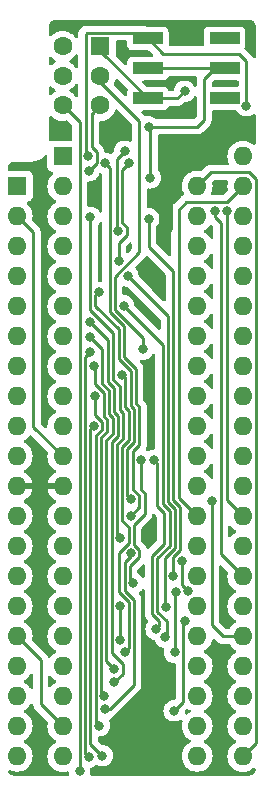
<source format=gbr>
%TF.GenerationSoftware,KiCad,Pcbnew,(6.0.6-1)-1*%
%TF.CreationDate,2022-08-08T01:27:23-04:00*%
%TF.ProjectId,tl866_27c322_adapter,746c3836-365f-4323-9763-3332325f6164,rev?*%
%TF.SameCoordinates,Original*%
%TF.FileFunction,Copper,L1,Top*%
%TF.FilePolarity,Positive*%
%FSLAX46Y46*%
G04 Gerber Fmt 4.6, Leading zero omitted, Abs format (unit mm)*
G04 Created by KiCad (PCBNEW (6.0.6-1)-1) date 2022-08-08 01:27:23*
%MOMM*%
%LPD*%
G01*
G04 APERTURE LIST*
%TA.AperFunction,SMDPad,CuDef*%
%ADD10R,2.500000X1.000000*%
%TD*%
%TA.AperFunction,ComponentPad*%
%ADD11C,1.600000*%
%TD*%
%TA.AperFunction,ComponentPad*%
%ADD12R,1.600000X1.600000*%
%TD*%
%TA.AperFunction,ComponentPad*%
%ADD13O,1.600000X1.600000*%
%TD*%
%TA.AperFunction,ViaPad*%
%ADD14C,0.800000*%
%TD*%
%TA.AperFunction,Conductor*%
%ADD15C,0.250000*%
%TD*%
%TA.AperFunction,Conductor*%
%ADD16C,1.000000*%
%TD*%
G04 APERTURE END LIST*
D10*
%TO.P,SW1,C,C*%
%TO.N,VCC*%
X139626300Y-56744900D03*
X146126300Y-56744900D03*
%TO.P,SW1,8,8*%
%TO.N,unconnected-(SW1-Pad8)*%
X146126300Y-54204900D03*
%TO.P,SW1,4,4*%
%TO.N,Net-(R3-Pad2)*%
X139626300Y-59284900D03*
%TO.P,SW1,2,2*%
%TO.N,/A19*%
X146126300Y-59284900D03*
%TO.P,SW1,1,1*%
%TO.N,/A18*%
X139626300Y-54204900D03*
%TD*%
D11*
%TO.P,SW2,6,C*%
%TO.N,/{slash}OE*%
X132410400Y-59869500D03*
%TO.P,SW2,5,B*%
%TO.N,/{slash}GVpp*%
X132410400Y-57369500D03*
%TO.P,SW2,4,A*%
%TO.N,Net-(Q1-Pad3)*%
X132410400Y-54869500D03*
%TO.P,SW2,3,C*%
%TO.N,/Vpp*%
X135610400Y-59869500D03*
%TO.P,SW2,2,B*%
%TO.N,/A20*%
X135610400Y-57369500D03*
D12*
%TO.P,SW2,1,A*%
%TO.N,Net-(R3-Pad2)*%
X135610400Y-54869500D03*
%TD*%
%TO.P,J1,1,Pin_1*%
%TO.N,/A18*%
X132435600Y-64185800D03*
D13*
%TO.P,J1,2,Pin_2*%
%TO.N,/A17*%
X132435600Y-66725800D03*
%TO.P,J1,3,Pin_3*%
%TO.N,/A7*%
X132435600Y-69265800D03*
%TO.P,J1,4,Pin_4*%
%TO.N,/A6*%
X132435600Y-71805800D03*
%TO.P,J1,5,Pin_5*%
%TO.N,/A5*%
X132435600Y-74345800D03*
%TO.P,J1,6,Pin_6*%
%TO.N,/A4*%
X132435600Y-76885800D03*
%TO.P,J1,7,Pin_7*%
%TO.N,/A3*%
X132435600Y-79425800D03*
%TO.P,J1,8,Pin_8*%
%TO.N,/A2*%
X132435600Y-81965800D03*
%TO.P,J1,9,Pin_9*%
%TO.N,/A1*%
X132435600Y-84505800D03*
%TO.P,J1,10,Pin_10*%
%TO.N,/A0*%
X132435600Y-87045800D03*
%TO.P,J1,11,Pin_11*%
%TO.N,/{slash}E*%
X132435600Y-89585800D03*
%TO.P,J1,12,Pin_12*%
%TO.N,GND*%
X132435600Y-92125800D03*
%TO.P,J1,13,Pin_13*%
%TO.N,/{slash}GVpp*%
X132435600Y-94665800D03*
%TO.P,J1,14,Pin_14*%
%TO.N,/Q0*%
X132435600Y-97205800D03*
%TO.P,J1,15,Pin_15*%
%TO.N,/Q8*%
X132435600Y-99745800D03*
%TO.P,J1,16,Pin_16*%
%TO.N,/Q1*%
X132435600Y-102285800D03*
%TO.P,J1,17,Pin_17*%
%TO.N,/Q9*%
X132435600Y-104825800D03*
%TO.P,J1,18,Pin_18*%
%TO.N,/Q2*%
X132435600Y-107365800D03*
%TO.P,J1,19,Pin_19*%
%TO.N,/Q10*%
X132435600Y-109905800D03*
%TO.P,J1,20,Pin_20*%
%TO.N,/Q3*%
X132435600Y-112445800D03*
%TO.P,J1,21,Pin_21*%
%TO.N,/Q11*%
X132435600Y-114985800D03*
%TO.P,J1,22,Pin_22*%
%TO.N,VCC*%
X147675600Y-114985800D03*
%TO.P,J1,23,Pin_23*%
%TO.N,/Q4*%
X147675600Y-112445800D03*
%TO.P,J1,24,Pin_24*%
%TO.N,/Q12*%
X147675600Y-109905800D03*
%TO.P,J1,25,Pin_25*%
%TO.N,/Q5*%
X147675600Y-107365800D03*
%TO.P,J1,26,Pin_26*%
%TO.N,/Q13*%
X147675600Y-104825800D03*
%TO.P,J1,27,Pin_27*%
%TO.N,/Q6*%
X147675600Y-102285800D03*
%TO.P,J1,28,Pin_28*%
%TO.N,/Q14*%
X147675600Y-99745800D03*
%TO.P,J1,29,Pin_29*%
%TO.N,/Q7*%
X147675600Y-97205800D03*
%TO.P,J1,30,Pin_30*%
%TO.N,/Q15*%
X147675600Y-94665800D03*
%TO.P,J1,31,Pin_31*%
%TO.N,GND*%
X147675600Y-92125800D03*
%TO.P,J1,32,Pin_32*%
%TO.N,/A20*%
X147675600Y-89585800D03*
%TO.P,J1,33,Pin_33*%
%TO.N,/A16*%
X147675600Y-87045800D03*
%TO.P,J1,34,Pin_34*%
%TO.N,/A15*%
X147675600Y-84505800D03*
%TO.P,J1,35,Pin_35*%
%TO.N,/A14*%
X147675600Y-81965800D03*
%TO.P,J1,36,Pin_36*%
%TO.N,/A13*%
X147675600Y-79425800D03*
%TO.P,J1,37,Pin_37*%
%TO.N,/A12*%
X147675600Y-76885800D03*
%TO.P,J1,38,Pin_38*%
%TO.N,/A11*%
X147675600Y-74345800D03*
%TO.P,J1,39,Pin_39*%
%TO.N,/A10*%
X147675600Y-71805800D03*
%TO.P,J1,40,Pin_40*%
%TO.N,/A9*%
X147675600Y-69265800D03*
%TO.P,J1,41,Pin_41*%
%TO.N,/A8*%
X147675600Y-66725800D03*
%TO.P,J1,42,Pin_42*%
%TO.N,/A19*%
X147675600Y-64185800D03*
%TD*%
%TO.P,J2,40,Pin_40*%
%TO.N,VCC*%
X143809800Y-66705400D03*
%TO.P,J2,39,Pin_39*%
%TO.N,/A17*%
X143809800Y-69245400D03*
%TO.P,J2,38,Pin_38*%
%TO.N,/A16*%
X143809800Y-71785400D03*
%TO.P,J2,37,Pin_37*%
%TO.N,/A15*%
X143809800Y-74325400D03*
%TO.P,J2,36,Pin_36*%
%TO.N,/A14*%
X143809800Y-76865400D03*
%TO.P,J2,35,Pin_35*%
%TO.N,/A13*%
X143809800Y-79405400D03*
%TO.P,J2,34,Pin_34*%
%TO.N,/A12*%
X143809800Y-81945400D03*
%TO.P,J2,33,Pin_33*%
%TO.N,/A11*%
X143809800Y-84485400D03*
%TO.P,J2,32,Pin_32*%
%TO.N,/A10*%
X143809800Y-87025400D03*
%TO.P,J2,31,Pin_31*%
%TO.N,/A9*%
X143809800Y-89565400D03*
%TO.P,J2,30,Pin_30*%
%TO.N,GND*%
X143809800Y-92105400D03*
%TO.P,J2,29,Pin_29*%
%TO.N,/A8*%
X143809800Y-94645400D03*
%TO.P,J2,28,Pin_28*%
%TO.N,/A7*%
X143809800Y-97185400D03*
%TO.P,J2,27,Pin_27*%
%TO.N,/A6*%
X143809800Y-99725400D03*
%TO.P,J2,26,Pin_26*%
%TO.N,/A5*%
X143809800Y-102265400D03*
%TO.P,J2,25,Pin_25*%
%TO.N,/A4*%
X143809800Y-104805400D03*
%TO.P,J2,24,Pin_24*%
%TO.N,/A3*%
X143809800Y-107345400D03*
%TO.P,J2,23,Pin_23*%
%TO.N,/A2*%
X143809800Y-109885400D03*
%TO.P,J2,22,Pin_22*%
%TO.N,/A1*%
X143809800Y-112425400D03*
%TO.P,J2,21,Pin_21*%
%TO.N,/A0*%
X143809800Y-114965400D03*
%TO.P,J2,20,Pin_20*%
%TO.N,/{slash}OE*%
X128569800Y-114965400D03*
%TO.P,J2,19,Pin_19*%
%TO.N,/Q0*%
X128569800Y-112425400D03*
%TO.P,J2,18,Pin_18*%
%TO.N,/Q1*%
X128569800Y-109885400D03*
%TO.P,J2,17,Pin_17*%
%TO.N,/Q2*%
X128569800Y-107345400D03*
%TO.P,J2,16,Pin_16*%
%TO.N,/Q3*%
X128569800Y-104805400D03*
%TO.P,J2,15,Pin_15*%
%TO.N,/Q4*%
X128569800Y-102265400D03*
%TO.P,J2,14,Pin_14*%
%TO.N,/Q5*%
X128569800Y-99725400D03*
%TO.P,J2,13,Pin_13*%
%TO.N,/Q6*%
X128569800Y-97185400D03*
%TO.P,J2,12,Pin_12*%
%TO.N,/Q7*%
X128569800Y-94645400D03*
%TO.P,J2,11,Pin_11*%
%TO.N,GND*%
X128569800Y-92105400D03*
%TO.P,J2,10,Pin_10*%
%TO.N,/Q8*%
X128569800Y-89565400D03*
%TO.P,J2,9,Pin_9*%
%TO.N,/Q9*%
X128569800Y-87025400D03*
%TO.P,J2,8,Pin_8*%
%TO.N,/Q10*%
X128569800Y-84485400D03*
%TO.P,J2,7,Pin_7*%
%TO.N,/Q11*%
X128569800Y-81945400D03*
%TO.P,J2,6,Pin_6*%
%TO.N,/Q12*%
X128569800Y-79405400D03*
%TO.P,J2,5,Pin_5*%
%TO.N,/Q13*%
X128569800Y-76865400D03*
%TO.P,J2,4,Pin_4*%
%TO.N,/Q14*%
X128569800Y-74325400D03*
%TO.P,J2,3,Pin_3*%
%TO.N,/Q15*%
X128569800Y-71785400D03*
%TO.P,J2,2,Pin_2*%
%TO.N,/{slash}E*%
X128569800Y-69245400D03*
D12*
%TO.P,J2,1,Pin_1*%
%TO.N,/Vpp*%
X128569800Y-66705400D03*
%TD*%
D14*
%TO.N,GND*%
X141224000Y-70231000D03*
X145796000Y-61722000D03*
%TO.N,/Q14*%
X145288000Y-68834000D03*
X137160000Y-73025000D03*
X138049000Y-64770000D03*
%TO.N,/Q15*%
X137122500Y-70485000D03*
X137668000Y-63754000D03*
X146304000Y-68834000D03*
%TO.N,/{slash}GVpp*%
X138182500Y-94615000D03*
X136030025Y-64770964D03*
%TO.N,/Q13*%
X135471500Y-75692000D03*
X138182500Y-93218000D03*
X145034000Y-93345000D03*
%TO.N,/Q8*%
X139082500Y-89916000D03*
X138392500Y-100330000D03*
%TO.N,/Q9*%
X140165500Y-89916000D03*
X140335000Y-104229500D03*
%TO.N,/Q0*%
X138180299Y-97794299D03*
X136017000Y-110998000D03*
%TO.N,/Q1*%
X137283000Y-102235000D03*
X137282500Y-105156000D03*
%TO.N,/Q10*%
X137445500Y-82665954D03*
X137668000Y-106172000D03*
%TO.N,/A7*%
X134747000Y-69342000D03*
X137283000Y-96515300D03*
%TO.N,/Q12*%
X136779000Y-108712000D03*
X134747000Y-78232000D03*
%TO.N,/Q6*%
X143002000Y-100965000D03*
X142494000Y-98425000D03*
%TO.N,/Q5*%
X141896500Y-106172000D03*
X141986000Y-101092000D03*
%TO.N,/Q4*%
X141859000Y-111125000D03*
X142748000Y-103505000D03*
%TO.N,/A20*%
X139229500Y-80518000D03*
%TO.N,/A18*%
X134582500Y-64135000D03*
%TO.N,VCC*%
X139827000Y-66001300D03*
X139725400Y-61694700D03*
%TO.N,/A19*%
X146126300Y-59284900D03*
%TO.N,/A18*%
X147966551Y-59889811D03*
%TO.N,Net-(R3-Pad2)*%
X142748000Y-58674000D03*
%TO.N,/Vpp*%
X134620000Y-65405000D03*
%TO.N,/Q11*%
X134747000Y-80772000D03*
X134620000Y-115062000D03*
%TO.N,/{slash}OE*%
X133858000Y-116205000D03*
%TO.N,/A0*%
X135763000Y-114935000D03*
X135032500Y-86995000D03*
%TO.N,/A1*%
X135509000Y-112395000D03*
X135128000Y-84455000D03*
%TO.N,/A2*%
X135932500Y-109855000D03*
X135032500Y-81915000D03*
%TO.N,/A3*%
X136779000Y-107569000D03*
X134747000Y-79502000D03*
%TO.N,/A4*%
X141097000Y-104902000D03*
X137572500Y-76835000D03*
%TO.N,/A5*%
X141172000Y-102362000D03*
X137930952Y-74303952D03*
%TO.N,/A6*%
X141769500Y-99695000D03*
X139700000Y-69469000D03*
%TD*%
D15*
%TO.N,/{slash}GVpp*%
X136398000Y-65138939D02*
X136398000Y-77343000D01*
X136398000Y-77343000D02*
X137621000Y-78566000D01*
X138620500Y-82179253D02*
X138620500Y-85102923D01*
X137621000Y-78566000D02*
X137621000Y-81179753D01*
X138907500Y-92917695D02*
X138907500Y-93890000D01*
X136030025Y-64770964D02*
X136398000Y-65138939D01*
X137621000Y-81179753D02*
X138620500Y-82179253D01*
X138907500Y-93890000D02*
X138182500Y-94615000D01*
X138620500Y-85102923D02*
X138907500Y-85389923D01*
X138907500Y-88600077D02*
X138358000Y-89149577D01*
X138907500Y-85389923D02*
X138907500Y-88600077D01*
X138358000Y-89149577D02*
X138358000Y-92368195D01*
X138358000Y-92368195D02*
X138907500Y-92917695D01*
%TO.N,/Q15*%
X137668000Y-63754000D02*
X137033000Y-64389000D01*
X137033000Y-70395500D02*
X137122500Y-70485000D01*
X137033000Y-64389000D02*
X137033000Y-70395500D01*
%TO.N,/Q14*%
X137847500Y-70813500D02*
X137160000Y-71501000D01*
X137160000Y-71501000D02*
X137160000Y-73025000D01*
X138049000Y-64770000D02*
X137483000Y-65336000D01*
X137483000Y-65336000D02*
X137483000Y-69820195D01*
X137483000Y-69820195D02*
X137847500Y-70184695D01*
X137847500Y-70184695D02*
X137847500Y-70813500D01*
D16*
%TO.N,GND*%
X145796000Y-61722000D02*
X145796000Y-62865000D01*
X145796000Y-62865000D02*
X145034000Y-63627000D01*
X145034000Y-63627000D02*
X142113000Y-63627000D01*
X142113000Y-63627000D02*
X141224000Y-64516000D01*
X141224000Y-64516000D02*
X141224000Y-70231000D01*
D15*
%TO.N,/A6*%
X139700000Y-71829500D02*
X141790000Y-73919500D01*
X139700000Y-69469000D02*
X139700000Y-71829500D01*
X141790000Y-73919500D02*
X141790000Y-93261996D01*
X141790000Y-93261996D02*
X142367000Y-93838996D01*
X142367000Y-93838996D02*
X142367000Y-97526695D01*
X142367000Y-97526695D02*
X141769500Y-98124195D01*
X141769500Y-98124195D02*
X141769500Y-99695000D01*
%TO.N,/A5*%
X137930952Y-74303952D02*
X141340000Y-77713000D01*
X141340000Y-77713000D02*
X141340000Y-93448392D01*
X141340000Y-93448392D02*
X141917000Y-94025392D01*
X141917000Y-94025392D02*
X141917000Y-97340299D01*
X141917000Y-97340299D02*
X141044500Y-98212799D01*
X141044500Y-98212799D02*
X141044500Y-102234500D01*
X141044500Y-102234500D02*
X141172000Y-102362000D01*
%TO.N,/A4*%
X137572500Y-76835000D02*
X140890000Y-80152500D01*
X140890000Y-80152500D02*
X140890000Y-93634788D01*
X140890000Y-93634788D02*
X141467000Y-94211788D01*
X141467000Y-94211788D02*
X141467000Y-97153903D01*
X141467000Y-97153903D02*
X140447000Y-98173903D01*
X140447000Y-98173903D02*
X140447000Y-102728000D01*
X140447000Y-102728000D02*
X141224000Y-103505000D01*
X141224000Y-103505000D02*
X141224000Y-104775000D01*
X141224000Y-104775000D02*
X141097000Y-104902000D01*
%TO.N,/A20*%
X139229500Y-80518000D02*
X139229500Y-79538104D01*
X139229500Y-79538104D02*
X136848000Y-77156604D01*
X136848000Y-77156604D02*
X136848000Y-74362305D01*
X136848000Y-74362305D02*
X138901000Y-72309305D01*
X138901000Y-72309305D02*
X138901000Y-61177000D01*
X138901000Y-61177000D02*
X135610400Y-57886400D01*
X135610400Y-57886400D02*
X135610400Y-57369500D01*
%TO.N,/Q9*%
X140165500Y-89916000D02*
X140440000Y-90190500D01*
X140440000Y-90190500D02*
X140440000Y-93821184D01*
X141017000Y-94398184D02*
X141017000Y-96967507D01*
X141017000Y-96967507D02*
X139997000Y-97987507D01*
X139997000Y-97987507D02*
X139997000Y-102914396D01*
X139997000Y-102914396D02*
X140589000Y-103506396D01*
X140440000Y-93821184D02*
X141017000Y-94398184D01*
X140589000Y-103506396D02*
X140589000Y-103975500D01*
X140589000Y-103975500D02*
X140335000Y-104229500D01*
%TO.N,/Q8*%
X139082500Y-89916000D02*
X139082500Y-92456299D01*
X139082500Y-92456299D02*
X139357500Y-92731299D01*
X139357500Y-92731299D02*
X139357500Y-94503104D01*
X139357500Y-94503104D02*
X138457500Y-95403104D01*
X138457500Y-95403104D02*
X138457500Y-97069299D01*
X138457500Y-97069299D02*
X138480604Y-97069299D01*
X138480604Y-97069299D02*
X138905299Y-97493994D01*
X138905299Y-97493994D02*
X138905299Y-98094604D01*
X138905299Y-98094604D02*
X138118000Y-98881903D01*
X138118000Y-98881903D02*
X138118000Y-100055500D01*
X138118000Y-100055500D02*
X138392500Y-100330000D01*
%TO.N,/Vpp*%
X134620000Y-65405000D02*
X135307500Y-64717500D01*
X134874000Y-60605900D02*
X135610400Y-59869500D01*
X135307500Y-64717500D02*
X135307500Y-63834695D01*
X135307500Y-63834695D02*
X134874000Y-63401195D01*
X134874000Y-63401195D02*
X134874000Y-60605900D01*
%TO.N,/Q14*%
X145542000Y-69596000D02*
X145288000Y-69342000D01*
X145288000Y-69342000D02*
X145288000Y-68834000D01*
X147675600Y-99745800D02*
X145796000Y-97866200D01*
X145796000Y-97866200D02*
X145796000Y-69850000D01*
X145796000Y-69850000D02*
X145542000Y-69596000D01*
%TO.N,/Q15*%
X146304000Y-93294200D02*
X146304000Y-84836000D01*
X147675600Y-94665800D02*
X146304000Y-93294200D01*
X146304000Y-84836000D02*
X146304000Y-68834000D01*
%TO.N,/{slash}E*%
X132435600Y-89585800D02*
X129921000Y-87071200D01*
X129921000Y-87071200D02*
X129921000Y-70612000D01*
X129921000Y-70612000D02*
X128569800Y-69260800D01*
X128569800Y-69260800D02*
X128569800Y-69245400D01*
%TO.N,/Q13*%
X137908000Y-92943500D02*
X137908000Y-88963181D01*
X138170500Y-82365649D02*
X137171000Y-81366149D01*
X137908000Y-88963181D02*
X138457500Y-88413681D01*
X138182500Y-93218000D02*
X137908000Y-92943500D01*
X138457500Y-88413681D02*
X138457500Y-85576319D01*
X138457500Y-85576319D02*
X138170500Y-85289319D01*
X138170500Y-85289319D02*
X138170500Y-82365649D01*
X137171000Y-81366149D02*
X137171000Y-78809000D01*
X135197000Y-76835000D02*
X135197000Y-75966500D01*
X135197000Y-75966500D02*
X135471500Y-75692000D01*
X137171000Y-78809000D02*
X135197000Y-76835000D01*
%TO.N,/Q10*%
X137160000Y-101086695D02*
X138008000Y-101934695D01*
X137690000Y-85445215D02*
X138007500Y-85762715D01*
X138007500Y-85762715D02*
X138007500Y-88227285D01*
X138007500Y-88227285D02*
X137458000Y-88776785D01*
X137445500Y-82665954D02*
X137690000Y-82910454D01*
X137690000Y-82910454D02*
X137690000Y-85445215D01*
X137458000Y-88776785D02*
X137458000Y-95040000D01*
X137458000Y-95040000D02*
X138007500Y-95589500D01*
X138007500Y-95589500D02*
X138007500Y-96942500D01*
X138007500Y-96942500D02*
X137160000Y-97790000D01*
X137160000Y-97790000D02*
X137160000Y-101086695D01*
X138008000Y-101934695D02*
X138008000Y-105832000D01*
X138008000Y-105832000D02*
X137668000Y-106172000D01*
%TO.N,/A7*%
X137283000Y-96515300D02*
X137008000Y-96240300D01*
X137008000Y-96240300D02*
X137008000Y-88590389D01*
X137008000Y-88590389D02*
X137557500Y-88040889D01*
X134747000Y-77206695D02*
X134747000Y-69342000D01*
X137557500Y-88040889D02*
X137557500Y-85949111D01*
X137557500Y-85949111D02*
X137240000Y-85631611D01*
X137240000Y-85631611D02*
X137240000Y-83632507D01*
X137240000Y-83632507D02*
X136721000Y-83113507D01*
X136721000Y-79180695D02*
X134747000Y-77206695D01*
X136721000Y-83113507D02*
X136721000Y-79180695D01*
%TO.N,/Q12*%
X136779000Y-108712000D02*
X137504000Y-107987000D01*
X136271000Y-83299903D02*
X136271000Y-79756000D01*
X136558000Y-106205000D02*
X136558000Y-88403993D01*
X136558000Y-88403993D02*
X137107500Y-87854493D01*
X137504000Y-107151000D02*
X136558000Y-106205000D01*
X137504000Y-107987000D02*
X137504000Y-107151000D01*
X137107500Y-87854493D02*
X137107500Y-86135507D01*
X137107500Y-86135507D02*
X136790000Y-85818007D01*
X136790000Y-85818007D02*
X136790000Y-83818903D01*
X136790000Y-83818903D02*
X136271000Y-83299903D01*
X136271000Y-79756000D02*
X134747000Y-78232000D01*
%TO.N,/A3*%
X136779000Y-107569000D02*
X136108000Y-106898000D01*
X136108000Y-106898000D02*
X136108000Y-88217597D01*
X136108000Y-88217597D02*
X136657500Y-87668097D01*
X136657500Y-87668097D02*
X136657500Y-86321903D01*
X136657500Y-86321903D02*
X136340000Y-86004403D01*
X136340000Y-86004403D02*
X136340000Y-84005299D01*
X136340000Y-84005299D02*
X135763000Y-83428299D01*
X135763000Y-83428299D02*
X135763000Y-80518000D01*
X135763000Y-80518000D02*
X134747000Y-79502000D01*
%TO.N,/A2*%
X135932500Y-109855000D02*
X135658000Y-109580500D01*
X135658000Y-109580500D02*
X135658000Y-88031201D01*
X135658000Y-88031201D02*
X136207500Y-87481701D01*
X136207500Y-87481701D02*
X136207500Y-86508299D01*
X136207500Y-86508299D02*
X135890000Y-86190799D01*
X135890000Y-86190799D02*
X135890000Y-84191695D01*
X135890000Y-84191695D02*
X135128000Y-83429695D01*
X135128000Y-83429695D02*
X135128000Y-82010500D01*
X135128000Y-82010500D02*
X135032500Y-81915000D01*
%TO.N,/A1*%
X135509000Y-112395000D02*
X135208000Y-112094000D01*
X135208000Y-112094000D02*
X135208000Y-87844805D01*
X135208000Y-87844805D02*
X135757500Y-87295305D01*
X135757500Y-87295305D02*
X135757500Y-86694695D01*
X135757500Y-86694695D02*
X135128000Y-86065195D01*
X135128000Y-86065195D02*
X135128000Y-84455000D01*
%TO.N,/A0*%
X135032500Y-86995000D02*
X134758000Y-87269500D01*
X134758000Y-87269500D02*
X134758000Y-113930000D01*
X134758000Y-113930000D02*
X135763000Y-114935000D01*
%TO.N,/Q0*%
X138180299Y-97794299D02*
X138180299Y-98045902D01*
X138180299Y-98045902D02*
X137668000Y-98558201D01*
X137668000Y-98558201D02*
X137668000Y-100958299D01*
X137668000Y-100958299D02*
X138458000Y-101748299D01*
X138458000Y-101748299D02*
X138458000Y-108947305D01*
X138458000Y-108947305D02*
X136407305Y-110998000D01*
X136407305Y-110998000D02*
X136017000Y-110998000D01*
%TO.N,/Q13*%
X145973800Y-104825800D02*
X145542000Y-104394000D01*
X147675600Y-104825800D02*
X145973800Y-104825800D01*
X145034000Y-103886000D02*
X145034000Y-93345000D01*
X145542000Y-104394000D02*
X145034000Y-103886000D01*
%TO.N,/Q1*%
X137282500Y-105156000D02*
X137283000Y-105155500D01*
X137283000Y-105155500D02*
X137283000Y-102235000D01*
%TO.N,/A8*%
X147675600Y-66725800D02*
X146329400Y-68072000D01*
X146329400Y-68072000D02*
X142875000Y-68072000D01*
X142875000Y-68072000D02*
X142240000Y-68707000D01*
X142240000Y-68707000D02*
X142240000Y-93075600D01*
X142240000Y-93075600D02*
X143809800Y-94645400D01*
%TO.N,/Q5*%
X141986000Y-101092000D02*
X141896500Y-101181500D01*
X141896500Y-101181500D02*
X141896500Y-106172000D01*
%TO.N,/Q4*%
X142748000Y-103505000D02*
X142621000Y-103632000D01*
X142621000Y-103632000D02*
X142621000Y-110363000D01*
X142621000Y-110363000D02*
X141859000Y-111125000D01*
%TO.N,/Q6*%
X142494000Y-98425000D02*
X142494000Y-100457000D01*
X142494000Y-100457000D02*
X143002000Y-100965000D01*
%TO.N,/Q11*%
X134308000Y-81211000D02*
X134308000Y-114750000D01*
X134747000Y-80772000D02*
X134308000Y-81211000D01*
X134308000Y-114750000D02*
X134620000Y-115062000D01*
%TO.N,VCC*%
X148800600Y-113860800D02*
X148800600Y-66123600D01*
X148800600Y-66123600D02*
X148209000Y-65532000D01*
X147675600Y-114985800D02*
X148800600Y-113860800D01*
X148209000Y-65532000D02*
X144983200Y-65532000D01*
X144983200Y-65532000D02*
X143809800Y-66705400D01*
%TO.N,/Q3*%
X132435600Y-112445800D02*
X130556000Y-110566200D01*
X130556000Y-110566200D02*
X130556000Y-106791600D01*
X130556000Y-106791600D02*
X128569800Y-104805400D01*
%TO.N,VCC*%
X139725400Y-61694700D02*
X143791300Y-61694700D01*
X143791300Y-61694700D02*
X144399000Y-61087000D01*
X144399000Y-61087000D02*
X144399000Y-57658000D01*
X144399000Y-57658000D02*
X145312100Y-56744900D01*
X145312100Y-56744900D02*
X146126300Y-56744900D01*
%TO.N,Net-(R3-Pad2)*%
X142748000Y-58674000D02*
X142137100Y-59284900D01*
X142137100Y-59284900D02*
X139626300Y-59284900D01*
%TO.N,/A18*%
X134366000Y-63918500D02*
X134582500Y-64135000D01*
X139165900Y-53744500D02*
X134485400Y-53744500D01*
X134366000Y-53863900D02*
X134366000Y-63918500D01*
X134485400Y-53744500D02*
X134366000Y-53863900D01*
X139626300Y-54204900D02*
X139165900Y-53744500D01*
%TO.N,VCC*%
X139827000Y-66001300D02*
X139827000Y-61796300D01*
X139827000Y-61796300D02*
X139725400Y-61694700D01*
%TO.N,/A18*%
X140920400Y-55499000D02*
X147320000Y-55499000D01*
X139626300Y-54204900D02*
X140920400Y-55499000D01*
X147320000Y-55499000D02*
X147966551Y-56145551D01*
X147966551Y-56145551D02*
X147966551Y-59889811D01*
%TO.N,VCC*%
X139626300Y-56744900D02*
X146126300Y-56744900D01*
%TO.N,Net-(R3-Pad2)*%
X135610400Y-54869500D02*
X135610400Y-55269000D01*
X135610400Y-55269000D02*
X139626300Y-59284900D01*
%TO.N,/{slash}OE*%
X133858000Y-61317100D02*
X132410400Y-59869500D01*
X133858000Y-116205000D02*
X133858000Y-61317100D01*
%TD*%
%TA.AperFunction,Conductor*%
%TO.N,GND*%
G36*
X129784148Y-87830252D02*
G01*
X131126448Y-89172552D01*
X131160474Y-89234864D01*
X131159059Y-89294259D01*
X131143482Y-89352391D01*
X131143480Y-89352402D01*
X131142057Y-89357713D01*
X131122102Y-89585800D01*
X131142057Y-89813887D01*
X131201316Y-90035043D01*
X131203639Y-90040024D01*
X131203639Y-90040025D01*
X131295751Y-90237562D01*
X131295754Y-90237567D01*
X131298077Y-90242549D01*
X131301234Y-90247057D01*
X131415118Y-90409700D01*
X131429402Y-90430100D01*
X131591300Y-90591998D01*
X131595808Y-90595155D01*
X131595811Y-90595157D01*
X131668437Y-90646010D01*
X131778851Y-90723323D01*
X131783833Y-90725646D01*
X131783838Y-90725649D01*
X131818649Y-90741881D01*
X131871934Y-90788798D01*
X131891395Y-90857075D01*
X131870853Y-90925035D01*
X131818649Y-90970271D01*
X131784089Y-90986386D01*
X131774593Y-90991869D01*
X131596133Y-91116828D01*
X131587725Y-91123884D01*
X131433684Y-91277925D01*
X131426628Y-91286333D01*
X131301669Y-91464793D01*
X131296186Y-91474289D01*
X131204110Y-91671747D01*
X131200364Y-91682039D01*
X131154206Y-91854303D01*
X131154542Y-91868399D01*
X131162484Y-91871800D01*
X132563600Y-91871800D01*
X132631721Y-91891802D01*
X132678214Y-91945458D01*
X132689600Y-91997800D01*
X132689600Y-92253800D01*
X132669598Y-92321921D01*
X132615942Y-92368414D01*
X132563600Y-92379800D01*
X131167633Y-92379800D01*
X131154102Y-92383773D01*
X131152873Y-92392322D01*
X131200364Y-92569561D01*
X131204110Y-92579853D01*
X131296186Y-92777311D01*
X131301669Y-92786807D01*
X131426628Y-92965267D01*
X131433684Y-92973675D01*
X131587725Y-93127716D01*
X131596133Y-93134772D01*
X131774593Y-93259731D01*
X131784089Y-93265214D01*
X131818649Y-93281329D01*
X131871934Y-93328246D01*
X131891395Y-93396523D01*
X131870853Y-93464483D01*
X131818649Y-93509719D01*
X131783838Y-93525951D01*
X131783833Y-93525954D01*
X131778851Y-93528277D01*
X131673989Y-93601702D01*
X131595811Y-93656443D01*
X131595808Y-93656445D01*
X131591300Y-93659602D01*
X131429402Y-93821500D01*
X131298077Y-94009051D01*
X131295754Y-94014033D01*
X131295751Y-94014038D01*
X131203639Y-94211575D01*
X131201316Y-94216557D01*
X131142057Y-94437713D01*
X131122102Y-94665800D01*
X131142057Y-94893887D01*
X131143481Y-94899200D01*
X131143481Y-94899202D01*
X131170628Y-95000513D01*
X131201316Y-95115043D01*
X131203639Y-95120024D01*
X131203639Y-95120025D01*
X131295751Y-95317562D01*
X131295754Y-95317567D01*
X131298077Y-95322549D01*
X131301234Y-95327057D01*
X131418713Y-95494834D01*
X131429402Y-95510100D01*
X131591300Y-95671998D01*
X131595808Y-95675155D01*
X131595811Y-95675157D01*
X131656566Y-95717698D01*
X131778851Y-95803323D01*
X131783833Y-95805646D01*
X131783838Y-95805649D01*
X131818057Y-95821605D01*
X131871342Y-95868522D01*
X131890803Y-95936799D01*
X131870261Y-96004759D01*
X131818057Y-96049995D01*
X131783838Y-96065951D01*
X131783833Y-96065954D01*
X131778851Y-96068277D01*
X131673989Y-96141702D01*
X131595811Y-96196443D01*
X131595808Y-96196445D01*
X131591300Y-96199602D01*
X131429402Y-96361500D01*
X131426245Y-96366008D01*
X131426243Y-96366011D01*
X131387674Y-96421094D01*
X131298077Y-96549051D01*
X131295754Y-96554033D01*
X131295751Y-96554038D01*
X131208100Y-96742008D01*
X131201316Y-96756557D01*
X131142057Y-96977713D01*
X131122102Y-97205800D01*
X131142057Y-97433887D01*
X131201316Y-97655043D01*
X131203639Y-97660024D01*
X131203639Y-97660025D01*
X131295751Y-97857562D01*
X131295754Y-97857567D01*
X131298077Y-97862549D01*
X131301234Y-97867057D01*
X131415118Y-98029700D01*
X131429402Y-98050100D01*
X131591300Y-98211998D01*
X131595808Y-98215155D01*
X131595811Y-98215157D01*
X131673989Y-98269898D01*
X131778851Y-98343323D01*
X131783833Y-98345646D01*
X131783838Y-98345649D01*
X131818057Y-98361605D01*
X131871342Y-98408522D01*
X131890803Y-98476799D01*
X131870261Y-98544759D01*
X131818057Y-98589995D01*
X131783838Y-98605951D01*
X131783833Y-98605954D01*
X131778851Y-98608277D01*
X131673989Y-98681702D01*
X131595811Y-98736443D01*
X131595808Y-98736445D01*
X131591300Y-98739602D01*
X131429402Y-98901500D01*
X131426245Y-98906008D01*
X131426243Y-98906011D01*
X131371502Y-98984189D01*
X131298077Y-99089051D01*
X131295754Y-99094033D01*
X131295751Y-99094038D01*
X131203639Y-99291575D01*
X131201316Y-99296557D01*
X131199894Y-99301865D01*
X131199893Y-99301867D01*
X131147523Y-99497313D01*
X131142057Y-99517713D01*
X131122102Y-99745800D01*
X131142057Y-99973887D01*
X131201316Y-100195043D01*
X131203639Y-100200024D01*
X131203639Y-100200025D01*
X131295751Y-100397562D01*
X131295754Y-100397567D01*
X131298077Y-100402549D01*
X131301234Y-100407057D01*
X131415118Y-100569700D01*
X131429402Y-100590100D01*
X131591300Y-100751998D01*
X131595808Y-100755155D01*
X131595811Y-100755157D01*
X131673989Y-100809898D01*
X131778851Y-100883323D01*
X131783833Y-100885646D01*
X131783838Y-100885649D01*
X131818057Y-100901605D01*
X131871342Y-100948522D01*
X131890803Y-101016799D01*
X131870261Y-101084759D01*
X131818057Y-101129995D01*
X131783838Y-101145951D01*
X131783833Y-101145954D01*
X131778851Y-101148277D01*
X131769230Y-101155014D01*
X131595811Y-101276443D01*
X131595808Y-101276445D01*
X131591300Y-101279602D01*
X131429402Y-101441500D01*
X131426245Y-101446008D01*
X131426243Y-101446011D01*
X131371502Y-101524189D01*
X131298077Y-101629051D01*
X131295754Y-101634033D01*
X131295751Y-101634038D01*
X131205741Y-101827067D01*
X131201316Y-101836557D01*
X131142057Y-102057713D01*
X131122102Y-102285800D01*
X131142057Y-102513887D01*
X131201316Y-102735043D01*
X131203639Y-102740024D01*
X131203639Y-102740025D01*
X131295751Y-102937562D01*
X131295754Y-102937567D01*
X131298077Y-102942549D01*
X131361926Y-103033735D01*
X131426208Y-103125538D01*
X131429402Y-103130100D01*
X131591300Y-103291998D01*
X131595808Y-103295155D01*
X131595811Y-103295157D01*
X131652874Y-103335113D01*
X131778851Y-103423323D01*
X131783833Y-103425646D01*
X131783838Y-103425649D01*
X131818057Y-103441605D01*
X131871342Y-103488522D01*
X131890803Y-103556799D01*
X131870261Y-103624759D01*
X131818057Y-103669995D01*
X131783838Y-103685951D01*
X131783833Y-103685954D01*
X131778851Y-103688277D01*
X131764574Y-103698274D01*
X131595811Y-103816443D01*
X131595808Y-103816445D01*
X131591300Y-103819602D01*
X131429402Y-103981500D01*
X131298077Y-104169051D01*
X131295754Y-104174033D01*
X131295751Y-104174038D01*
X131203639Y-104371575D01*
X131201316Y-104376557D01*
X131199894Y-104381865D01*
X131199893Y-104381867D01*
X131188146Y-104425706D01*
X131142057Y-104597713D01*
X131122102Y-104825800D01*
X131142057Y-105053887D01*
X131143481Y-105059200D01*
X131143481Y-105059202D01*
X131154324Y-105099666D01*
X131201316Y-105275043D01*
X131203639Y-105280024D01*
X131203639Y-105280025D01*
X131295751Y-105477562D01*
X131295754Y-105477567D01*
X131298077Y-105482549D01*
X131363481Y-105575955D01*
X131415118Y-105649700D01*
X131429402Y-105670100D01*
X131591300Y-105831998D01*
X131595808Y-105835155D01*
X131595811Y-105835157D01*
X131672216Y-105888656D01*
X131778851Y-105963323D01*
X131783833Y-105965646D01*
X131783838Y-105965649D01*
X131818057Y-105981605D01*
X131871342Y-106028522D01*
X131890803Y-106096799D01*
X131870261Y-106164759D01*
X131818057Y-106209995D01*
X131783838Y-106225951D01*
X131783833Y-106225954D01*
X131778851Y-106228277D01*
X131673989Y-106301702D01*
X131595811Y-106356443D01*
X131595808Y-106356445D01*
X131591300Y-106359602D01*
X131429402Y-106521500D01*
X131426245Y-106526008D01*
X131426243Y-106526011D01*
X131373742Y-106600990D01*
X131318284Y-106645318D01*
X131247665Y-106652627D01*
X131184305Y-106620596D01*
X131149534Y-106563875D01*
X131142018Y-106538007D01*
X131137697Y-106530700D01*
X131131707Y-106520572D01*
X131123012Y-106502824D01*
X131115552Y-106483983D01*
X131089564Y-106448213D01*
X131083048Y-106438293D01*
X131064580Y-106407065D01*
X131064578Y-106407062D01*
X131060542Y-106400238D01*
X131046221Y-106385917D01*
X131033380Y-106370883D01*
X131026131Y-106360906D01*
X131021472Y-106354493D01*
X130987395Y-106326302D01*
X130978616Y-106318312D01*
X129878952Y-105218648D01*
X129844926Y-105156336D01*
X129846341Y-105096941D01*
X129861918Y-105038809D01*
X129861920Y-105038798D01*
X129863343Y-105033487D01*
X129883298Y-104805400D01*
X129863343Y-104577313D01*
X129804084Y-104356157D01*
X129748085Y-104236065D01*
X129709649Y-104153638D01*
X129709646Y-104153633D01*
X129707323Y-104148651D01*
X129593441Y-103986011D01*
X129579157Y-103965611D01*
X129579155Y-103965608D01*
X129575998Y-103961100D01*
X129414100Y-103799202D01*
X129409592Y-103796045D01*
X129409589Y-103796043D01*
X129261794Y-103692556D01*
X129226549Y-103667877D01*
X129221567Y-103665554D01*
X129221562Y-103665551D01*
X129187343Y-103649595D01*
X129134058Y-103602678D01*
X129114597Y-103534401D01*
X129135139Y-103466441D01*
X129187343Y-103421205D01*
X129221562Y-103405249D01*
X129221567Y-103405246D01*
X129226549Y-103402923D01*
X129375065Y-103298931D01*
X129409589Y-103274757D01*
X129409592Y-103274755D01*
X129414100Y-103271598D01*
X129575998Y-103109700D01*
X129707323Y-102922149D01*
X129709646Y-102917167D01*
X129709649Y-102917162D01*
X129801761Y-102719625D01*
X129801761Y-102719624D01*
X129804084Y-102714643D01*
X129863343Y-102493487D01*
X129883298Y-102265400D01*
X129863343Y-102037313D01*
X129808215Y-101831575D01*
X129805507Y-101821467D01*
X129805506Y-101821465D01*
X129804084Y-101816157D01*
X129767792Y-101738328D01*
X129709649Y-101613638D01*
X129709646Y-101613633D01*
X129707323Y-101608651D01*
X129622758Y-101487880D01*
X129579157Y-101425611D01*
X129579155Y-101425608D01*
X129575998Y-101421100D01*
X129414100Y-101259202D01*
X129409592Y-101256045D01*
X129409589Y-101256043D01*
X129270804Y-101158865D01*
X129226549Y-101127877D01*
X129221567Y-101125554D01*
X129221562Y-101125551D01*
X129187343Y-101109595D01*
X129134058Y-101062678D01*
X129114597Y-100994401D01*
X129135139Y-100926441D01*
X129187343Y-100881205D01*
X129221562Y-100865249D01*
X129221567Y-100865246D01*
X129226549Y-100862923D01*
X129367600Y-100764158D01*
X129409589Y-100734757D01*
X129409592Y-100734755D01*
X129414100Y-100731598D01*
X129575998Y-100569700D01*
X129707323Y-100382149D01*
X129709646Y-100377167D01*
X129709649Y-100377162D01*
X129801761Y-100179625D01*
X129801761Y-100179624D01*
X129804084Y-100174643D01*
X129813348Y-100140072D01*
X129861919Y-99958802D01*
X129861919Y-99958800D01*
X129863343Y-99953487D01*
X129883298Y-99725400D01*
X129863343Y-99497313D01*
X129804084Y-99276157D01*
X129725393Y-99107402D01*
X129709649Y-99073638D01*
X129709646Y-99073633D01*
X129707323Y-99068651D01*
X129593441Y-98906011D01*
X129579157Y-98885611D01*
X129579155Y-98885608D01*
X129575998Y-98881100D01*
X129414100Y-98719202D01*
X129409592Y-98716045D01*
X129409589Y-98716043D01*
X129331411Y-98661302D01*
X129226549Y-98587877D01*
X129221567Y-98585554D01*
X129221562Y-98585551D01*
X129187343Y-98569595D01*
X129134058Y-98522678D01*
X129114597Y-98454401D01*
X129135139Y-98386441D01*
X129187343Y-98341205D01*
X129221562Y-98325249D01*
X129221567Y-98325246D01*
X129226549Y-98322923D01*
X129367600Y-98224158D01*
X129409589Y-98194757D01*
X129409592Y-98194755D01*
X129414100Y-98191598D01*
X129575998Y-98029700D01*
X129707323Y-97842149D01*
X129709646Y-97837167D01*
X129709649Y-97837162D01*
X129801761Y-97639625D01*
X129801761Y-97639624D01*
X129804084Y-97634643D01*
X129842815Y-97490100D01*
X129861919Y-97418802D01*
X129861919Y-97418800D01*
X129863343Y-97413487D01*
X129883298Y-97185400D01*
X129863343Y-96957313D01*
X129810973Y-96761867D01*
X129805507Y-96741467D01*
X129805506Y-96741465D01*
X129804084Y-96736157D01*
X129797032Y-96721033D01*
X129709649Y-96533638D01*
X129709646Y-96533633D01*
X129707323Y-96528651D01*
X129593441Y-96366011D01*
X129579157Y-96345611D01*
X129579155Y-96345608D01*
X129575998Y-96341100D01*
X129414100Y-96179202D01*
X129409592Y-96176045D01*
X129409589Y-96176043D01*
X129331411Y-96121302D01*
X129226549Y-96047877D01*
X129221567Y-96045554D01*
X129221562Y-96045551D01*
X129187343Y-96029595D01*
X129134058Y-95982678D01*
X129114597Y-95914401D01*
X129135139Y-95846441D01*
X129187343Y-95801205D01*
X129221562Y-95785249D01*
X129221567Y-95785246D01*
X129226549Y-95782923D01*
X129367600Y-95684158D01*
X129409589Y-95654757D01*
X129409592Y-95654755D01*
X129414100Y-95651598D01*
X129575998Y-95489700D01*
X129588475Y-95471882D01*
X129689882Y-95327057D01*
X129707323Y-95302149D01*
X129709646Y-95297167D01*
X129709649Y-95297162D01*
X129801761Y-95099625D01*
X129801761Y-95099624D01*
X129804084Y-95094643D01*
X129844826Y-94942595D01*
X129861919Y-94878802D01*
X129861919Y-94878800D01*
X129863343Y-94873487D01*
X129883298Y-94645400D01*
X129863343Y-94417313D01*
X129804084Y-94196157D01*
X129801761Y-94191175D01*
X129709649Y-93993638D01*
X129709646Y-93993633D01*
X129707323Y-93988651D01*
X129593441Y-93826011D01*
X129579157Y-93805611D01*
X129579155Y-93805608D01*
X129575998Y-93801100D01*
X129414100Y-93639202D01*
X129409592Y-93636045D01*
X129409589Y-93636043D01*
X129331411Y-93581302D01*
X129226549Y-93507877D01*
X129221567Y-93505554D01*
X129221562Y-93505551D01*
X129186751Y-93489319D01*
X129133466Y-93442402D01*
X129114005Y-93374125D01*
X129134547Y-93306165D01*
X129186751Y-93260929D01*
X129221311Y-93244814D01*
X129230807Y-93239331D01*
X129409267Y-93114372D01*
X129417675Y-93107316D01*
X129571716Y-92953275D01*
X129578772Y-92944867D01*
X129703731Y-92766407D01*
X129709214Y-92756911D01*
X129801290Y-92559453D01*
X129805036Y-92549161D01*
X129851194Y-92376897D01*
X129850858Y-92362801D01*
X129842916Y-92359400D01*
X128441800Y-92359400D01*
X128373679Y-92339398D01*
X128327186Y-92285742D01*
X128315800Y-92233400D01*
X128315800Y-91977400D01*
X128335802Y-91909279D01*
X128389458Y-91862786D01*
X128441800Y-91851400D01*
X129837767Y-91851400D01*
X129851298Y-91847427D01*
X129852527Y-91838878D01*
X129805036Y-91661639D01*
X129801290Y-91651347D01*
X129709214Y-91453889D01*
X129703731Y-91444393D01*
X129578772Y-91265933D01*
X129571716Y-91257525D01*
X129417675Y-91103484D01*
X129409267Y-91096428D01*
X129230807Y-90971469D01*
X129221311Y-90965986D01*
X129186751Y-90949871D01*
X129133466Y-90902954D01*
X129114005Y-90834677D01*
X129134547Y-90766717D01*
X129186751Y-90721481D01*
X129221562Y-90705249D01*
X129221567Y-90705246D01*
X129226549Y-90702923D01*
X129367600Y-90604158D01*
X129409589Y-90574757D01*
X129409592Y-90574755D01*
X129414100Y-90571598D01*
X129575998Y-90409700D01*
X129707323Y-90222149D01*
X129709646Y-90217167D01*
X129709649Y-90217162D01*
X129801761Y-90019625D01*
X129801761Y-90019624D01*
X129804084Y-90014643D01*
X129863343Y-89793487D01*
X129883298Y-89565400D01*
X129863343Y-89337313D01*
X129832979Y-89223992D01*
X129805507Y-89121467D01*
X129805506Y-89121465D01*
X129804084Y-89116157D01*
X129769030Y-89040982D01*
X129709649Y-88913638D01*
X129709646Y-88913633D01*
X129707323Y-88908651D01*
X129610515Y-88770395D01*
X129579157Y-88725611D01*
X129579155Y-88725608D01*
X129575998Y-88721100D01*
X129414100Y-88559202D01*
X129409592Y-88556045D01*
X129409589Y-88556043D01*
X129241610Y-88438423D01*
X129226549Y-88427877D01*
X129221567Y-88425554D01*
X129221562Y-88425551D01*
X129187343Y-88409595D01*
X129134058Y-88362678D01*
X129114597Y-88294401D01*
X129135139Y-88226441D01*
X129187343Y-88181205D01*
X129221562Y-88165249D01*
X129221567Y-88165246D01*
X129226549Y-88162923D01*
X129367600Y-88064158D01*
X129409589Y-88034757D01*
X129409592Y-88034755D01*
X129414100Y-88031598D01*
X129575998Y-87869700D01*
X129579159Y-87865186D01*
X129591841Y-87847075D01*
X129647299Y-87802747D01*
X129717918Y-87795439D01*
X129784148Y-87830252D01*
G37*
%TD.AperFunction*%
%TA.AperFunction,Conductor*%
G36*
X137048169Y-57615436D02*
G01*
X137087664Y-57642168D01*
X137884138Y-58438642D01*
X137918164Y-58500954D01*
X137913025Y-58571965D01*
X137874555Y-58674584D01*
X137867800Y-58736766D01*
X137867800Y-58943706D01*
X137847798Y-59011827D01*
X137794142Y-59058320D01*
X137723868Y-59068424D01*
X137659288Y-59038930D01*
X137652721Y-59032817D01*
X136777943Y-58158038D01*
X136743919Y-58095728D01*
X136748984Y-58024912D01*
X136752845Y-58015696D01*
X136842359Y-57823730D01*
X136842361Y-57823725D01*
X136844684Y-57818743D01*
X136876863Y-57698650D01*
X136913814Y-57638029D01*
X136977674Y-57607008D01*
X137048169Y-57615436D01*
G37*
%TD.AperFunction*%
%TD*%
%TA.AperFunction,NonConductor*%
G36*
X148233518Y-52631500D02*
G01*
X148248352Y-52633810D01*
X148248355Y-52633810D01*
X148257224Y-52635191D01*
X148266126Y-52634027D01*
X148266250Y-52634011D01*
X148296692Y-52633740D01*
X148304121Y-52634577D01*
X148358764Y-52640734D01*
X148386271Y-52647013D01*
X148463353Y-52673985D01*
X148488774Y-52686227D01*
X148557926Y-52729678D01*
X148579985Y-52747270D01*
X148637730Y-52805015D01*
X148655322Y-52827074D01*
X148698773Y-52896226D01*
X148711015Y-52921647D01*
X148737987Y-52998728D01*
X148744266Y-53026236D01*
X148750518Y-53081726D01*
X148750423Y-53097368D01*
X148751300Y-53097379D01*
X148751190Y-53106351D01*
X148749809Y-53115224D01*
X148750973Y-53124126D01*
X148750973Y-53124128D01*
X148752271Y-53134052D01*
X148753853Y-53146145D01*
X148753936Y-53146783D01*
X148755000Y-53163121D01*
X148755000Y-55765622D01*
X148734998Y-55833743D01*
X148681342Y-55880236D01*
X148611068Y-55890340D01*
X148546488Y-55860846D01*
X148527278Y-55837078D01*
X148526102Y-55837933D01*
X148500124Y-55802176D01*
X148493608Y-55792258D01*
X148475126Y-55761008D01*
X148471093Y-55754188D01*
X148456769Y-55739864D01*
X148443927Y-55724829D01*
X148439329Y-55718500D01*
X148432023Y-55708444D01*
X148397957Y-55680262D01*
X148389178Y-55672273D01*
X147836300Y-55119395D01*
X147802274Y-55057083D01*
X147807339Y-54986268D01*
X147817862Y-54967011D01*
X147817221Y-54966660D01*
X147821529Y-54958791D01*
X147826915Y-54951605D01*
X147878045Y-54815216D01*
X147884800Y-54753034D01*
X147884800Y-53656766D01*
X147878045Y-53594584D01*
X147826915Y-53458195D01*
X147739561Y-53341639D01*
X147623005Y-53254285D01*
X147486616Y-53203155D01*
X147424434Y-53196400D01*
X144828166Y-53196400D01*
X144765984Y-53203155D01*
X144629595Y-53254285D01*
X144513039Y-53341639D01*
X144425685Y-53458195D01*
X144374555Y-53594584D01*
X144367800Y-53656766D01*
X144367800Y-54739500D01*
X144347798Y-54807621D01*
X144294142Y-54854114D01*
X144241800Y-54865500D01*
X141510800Y-54865500D01*
X141442679Y-54845498D01*
X141396186Y-54791842D01*
X141384800Y-54739500D01*
X141384800Y-53656766D01*
X141378045Y-53594584D01*
X141326915Y-53458195D01*
X141239561Y-53341639D01*
X141123005Y-53254285D01*
X140986616Y-53203155D01*
X140924434Y-53196400D01*
X139520533Y-53196400D01*
X139470493Y-53186037D01*
X139450363Y-53177326D01*
X139439713Y-53172109D01*
X139400960Y-53150805D01*
X139381337Y-53145767D01*
X139362634Y-53139363D01*
X139351320Y-53134467D01*
X139351319Y-53134467D01*
X139344045Y-53131319D01*
X139336222Y-53130080D01*
X139336212Y-53130077D01*
X139300376Y-53124401D01*
X139288756Y-53121995D01*
X139253611Y-53112972D01*
X139253610Y-53112972D01*
X139245930Y-53111000D01*
X139225676Y-53111000D01*
X139205965Y-53109449D01*
X139193786Y-53107520D01*
X139185957Y-53106280D01*
X139156686Y-53109047D01*
X139141939Y-53110441D01*
X139130081Y-53111000D01*
X134564167Y-53111000D01*
X134552984Y-53110473D01*
X134545491Y-53108798D01*
X134537565Y-53109047D01*
X134537564Y-53109047D01*
X134477414Y-53110938D01*
X134473455Y-53111000D01*
X134445544Y-53111000D01*
X134441610Y-53111497D01*
X134441609Y-53111497D01*
X134441544Y-53111505D01*
X134429707Y-53112438D01*
X134397890Y-53113438D01*
X134393429Y-53113578D01*
X134385510Y-53113827D01*
X134367854Y-53118956D01*
X134366058Y-53119478D01*
X134346706Y-53123486D01*
X134341625Y-53124128D01*
X134326603Y-53126026D01*
X134319234Y-53128943D01*
X134319232Y-53128944D01*
X134285497Y-53142300D01*
X134274269Y-53146145D01*
X134231807Y-53158482D01*
X134224984Y-53162517D01*
X134224982Y-53162518D01*
X134214372Y-53168793D01*
X134196624Y-53177488D01*
X134177783Y-53184948D01*
X134171367Y-53189610D01*
X134171366Y-53189610D01*
X134142013Y-53210936D01*
X134132093Y-53217452D01*
X134100865Y-53235920D01*
X134100862Y-53235922D01*
X134094038Y-53239958D01*
X134079714Y-53254282D01*
X134064687Y-53267117D01*
X134048293Y-53279028D01*
X134043240Y-53285136D01*
X134043238Y-53285138D01*
X134020108Y-53313098D01*
X134012118Y-53321878D01*
X133973749Y-53360247D01*
X133965460Y-53367790D01*
X133958982Y-53371900D01*
X133953559Y-53377675D01*
X133912372Y-53421536D01*
X133909616Y-53424380D01*
X133889865Y-53444130D01*
X133887385Y-53447327D01*
X133879682Y-53456347D01*
X133849414Y-53488579D01*
X133845595Y-53495525D01*
X133845593Y-53495528D01*
X133839652Y-53506334D01*
X133828801Y-53522853D01*
X133816386Y-53538859D01*
X133813241Y-53546128D01*
X133813238Y-53546132D01*
X133798826Y-53579437D01*
X133793609Y-53590087D01*
X133772305Y-53628840D01*
X133770334Y-53636515D01*
X133770334Y-53636516D01*
X133767267Y-53648462D01*
X133760863Y-53667166D01*
X133752819Y-53685755D01*
X133751580Y-53693578D01*
X133751577Y-53693588D01*
X133745901Y-53729424D01*
X133743495Y-53741044D01*
X133732500Y-53783870D01*
X133732500Y-53804124D01*
X133730949Y-53823834D01*
X133727780Y-53843843D01*
X133728526Y-53851735D01*
X133731941Y-53887861D01*
X133732500Y-53899719D01*
X133732500Y-54076733D01*
X133712498Y-54144854D01*
X133658842Y-54191347D01*
X133588568Y-54201451D01*
X133523988Y-54171957D01*
X133503287Y-54149004D01*
X133419757Y-54029711D01*
X133419755Y-54029708D01*
X133416598Y-54025200D01*
X133254700Y-53863302D01*
X133250192Y-53860145D01*
X133250189Y-53860143D01*
X133152583Y-53791799D01*
X133067149Y-53731977D01*
X133062167Y-53729654D01*
X133062162Y-53729651D01*
X132864625Y-53637539D01*
X132864624Y-53637539D01*
X132859643Y-53635216D01*
X132854335Y-53633794D01*
X132854333Y-53633793D01*
X132643802Y-53577381D01*
X132643800Y-53577381D01*
X132638487Y-53575957D01*
X132410400Y-53556002D01*
X132182313Y-53575957D01*
X132177000Y-53577381D01*
X132176998Y-53577381D01*
X131966467Y-53633793D01*
X131966465Y-53633794D01*
X131961157Y-53635216D01*
X131956176Y-53637539D01*
X131956175Y-53637539D01*
X131758638Y-53729651D01*
X131758633Y-53729654D01*
X131753651Y-53731977D01*
X131668217Y-53791799D01*
X131570611Y-53860143D01*
X131570608Y-53860145D01*
X131566100Y-53863302D01*
X131487095Y-53942307D01*
X131424783Y-53976333D01*
X131353968Y-53971268D01*
X131297132Y-53928721D01*
X131272321Y-53862201D01*
X131272000Y-53853212D01*
X131272000Y-53174750D01*
X131273746Y-53153845D01*
X131276270Y-53138844D01*
X131276270Y-53138841D01*
X131277076Y-53134052D01*
X131277229Y-53121500D01*
X131276540Y-53116688D01*
X131276223Y-53111827D01*
X131276508Y-53111808D01*
X131276107Y-53085049D01*
X131282734Y-53026236D01*
X131289013Y-52998729D01*
X131315985Y-52921647D01*
X131328227Y-52896226D01*
X131371678Y-52827074D01*
X131389270Y-52805015D01*
X131447015Y-52747270D01*
X131469074Y-52729678D01*
X131538226Y-52686227D01*
X131563647Y-52673985D01*
X131640728Y-52647013D01*
X131668236Y-52640734D01*
X131723726Y-52634482D01*
X131739368Y-52634577D01*
X131739379Y-52633700D01*
X131748351Y-52633810D01*
X131757224Y-52635191D01*
X131766126Y-52634027D01*
X131766128Y-52634027D01*
X131781451Y-52632023D01*
X131788786Y-52631064D01*
X131805121Y-52630000D01*
X148214133Y-52630000D01*
X148233518Y-52631500D01*
G37*
%TD.AperFunction*%
%TA.AperFunction,NonConductor*%
G36*
X137809921Y-54398002D02*
G01*
X137856414Y-54451658D01*
X137867800Y-54504000D01*
X137867800Y-54753034D01*
X137874555Y-54815216D01*
X137925685Y-54951605D01*
X138013039Y-55068161D01*
X138129595Y-55155515D01*
X138265984Y-55206645D01*
X138328166Y-55213400D01*
X139686705Y-55213400D01*
X139754826Y-55233402D01*
X139775801Y-55250305D01*
X140046800Y-55521305D01*
X140080825Y-55583617D01*
X140075760Y-55654433D01*
X140033213Y-55711268D01*
X139966693Y-55736079D01*
X139957704Y-55736400D01*
X138328166Y-55736400D01*
X138265984Y-55743155D01*
X138129595Y-55794285D01*
X138013039Y-55881639D01*
X137925685Y-55998195D01*
X137874555Y-56134584D01*
X137867800Y-56196766D01*
X137867800Y-56326305D01*
X137847798Y-56394426D01*
X137794142Y-56440919D01*
X137723868Y-56451023D01*
X137659288Y-56421529D01*
X137652705Y-56415400D01*
X136955805Y-55718500D01*
X136921779Y-55656188D01*
X136918900Y-55629405D01*
X136918900Y-54504000D01*
X136938902Y-54435879D01*
X136992558Y-54389386D01*
X137044900Y-54378000D01*
X137741800Y-54378000D01*
X137809921Y-54398002D01*
G37*
%TD.AperFunction*%
%TA.AperFunction,NonConductor*%
G36*
X131480512Y-55790564D02*
G01*
X131487095Y-55796693D01*
X131566100Y-55875698D01*
X131570608Y-55878855D01*
X131570611Y-55878857D01*
X131658105Y-55940121D01*
X131753651Y-56007023D01*
X131758633Y-56009346D01*
X131760427Y-56010382D01*
X131809419Y-56061766D01*
X131822854Y-56131479D01*
X131796466Y-56197390D01*
X131760427Y-56228618D01*
X131758633Y-56229654D01*
X131753651Y-56231977D01*
X131749147Y-56235131D01*
X131570611Y-56360143D01*
X131570608Y-56360145D01*
X131566100Y-56363302D01*
X131487095Y-56442307D01*
X131424783Y-56476333D01*
X131353968Y-56471268D01*
X131297132Y-56428721D01*
X131272321Y-56362201D01*
X131272000Y-56353212D01*
X131272000Y-55885788D01*
X131292002Y-55817667D01*
X131345658Y-55771174D01*
X131415932Y-55761070D01*
X131480512Y-55790564D01*
G37*
%TD.AperFunction*%
%TA.AperFunction,NonConductor*%
G36*
X133692724Y-55570390D02*
G01*
X133728709Y-55631591D01*
X133732500Y-55662267D01*
X133732500Y-56576733D01*
X133712498Y-56644854D01*
X133658842Y-56691347D01*
X133588568Y-56701451D01*
X133523988Y-56671957D01*
X133503287Y-56649004D01*
X133419757Y-56529711D01*
X133419755Y-56529708D01*
X133416598Y-56525200D01*
X133254700Y-56363302D01*
X133250192Y-56360145D01*
X133250189Y-56360143D01*
X133071653Y-56235131D01*
X133067149Y-56231977D01*
X133062167Y-56229654D01*
X133060373Y-56228618D01*
X133011381Y-56177234D01*
X132997946Y-56107521D01*
X133024334Y-56041610D01*
X133060373Y-56010382D01*
X133062167Y-56009346D01*
X133067149Y-56007023D01*
X133162695Y-55940121D01*
X133250189Y-55878857D01*
X133250192Y-55878855D01*
X133254700Y-55875698D01*
X133416598Y-55713800D01*
X133420349Y-55708444D01*
X133503287Y-55589996D01*
X133558744Y-55545668D01*
X133629364Y-55538359D01*
X133692724Y-55570390D01*
G37*
%TD.AperFunction*%
%TA.AperFunction,NonConductor*%
G36*
X147275172Y-57773402D02*
G01*
X147321665Y-57827058D01*
X147333051Y-57879400D01*
X147333051Y-58150400D01*
X147313049Y-58218521D01*
X147259393Y-58265014D01*
X147207051Y-58276400D01*
X145158500Y-58276400D01*
X145090379Y-58256398D01*
X145043886Y-58202742D01*
X145032500Y-58150400D01*
X145032500Y-57972594D01*
X145052502Y-57904473D01*
X145069405Y-57883499D01*
X145162599Y-57790305D01*
X145224911Y-57756279D01*
X145251694Y-57753400D01*
X147207051Y-57753400D01*
X147275172Y-57773402D01*
G37*
%TD.AperFunction*%
%TA.AperFunction,NonConductor*%
G36*
X143722423Y-57398402D02*
G01*
X143768916Y-57452058D01*
X143779020Y-57522332D01*
X143776344Y-57535734D01*
X143767471Y-57570291D01*
X143767470Y-57570295D01*
X143765500Y-57577970D01*
X143765500Y-57598224D01*
X143763949Y-57617934D01*
X143760780Y-57637943D01*
X143761526Y-57645835D01*
X143764941Y-57681961D01*
X143765500Y-57693819D01*
X143765500Y-58149125D01*
X143745498Y-58217246D01*
X143691842Y-58263739D01*
X143621568Y-58273843D01*
X143556988Y-58244349D01*
X143530381Y-58212125D01*
X143524964Y-58202742D01*
X143487040Y-58137056D01*
X143441165Y-58086106D01*
X143363675Y-58000045D01*
X143363674Y-58000044D01*
X143359253Y-57995134D01*
X143204752Y-57882882D01*
X143198724Y-57880198D01*
X143198722Y-57880197D01*
X143036319Y-57807891D01*
X143036318Y-57807891D01*
X143030288Y-57805206D01*
X142936887Y-57785353D01*
X142849944Y-57766872D01*
X142849939Y-57766872D01*
X142843487Y-57765500D01*
X142652513Y-57765500D01*
X142646061Y-57766872D01*
X142646056Y-57766872D01*
X142559113Y-57785353D01*
X142465712Y-57805206D01*
X142459682Y-57807891D01*
X142459681Y-57807891D01*
X142297278Y-57880197D01*
X142297276Y-57880198D01*
X142291248Y-57882882D01*
X142136747Y-57995134D01*
X142132326Y-58000044D01*
X142132325Y-58000045D01*
X142054836Y-58086106D01*
X142008960Y-58137056D01*
X141971036Y-58202742D01*
X141924610Y-58283155D01*
X141913473Y-58302444D01*
X141854458Y-58484072D01*
X141853768Y-58490637D01*
X141848730Y-58538570D01*
X141821717Y-58604227D01*
X141763495Y-58644857D01*
X141723420Y-58651400D01*
X141456682Y-58651400D01*
X141388561Y-58631398D01*
X141342068Y-58577742D01*
X141338701Y-58569631D01*
X141330069Y-58546607D01*
X141330068Y-58546604D01*
X141326915Y-58538195D01*
X141239561Y-58421639D01*
X141123005Y-58334285D01*
X140986616Y-58283155D01*
X140924434Y-58276400D01*
X139565895Y-58276400D01*
X139497774Y-58256398D01*
X139476800Y-58239495D01*
X139205800Y-57968495D01*
X139171774Y-57906183D01*
X139176839Y-57835368D01*
X139219386Y-57778532D01*
X139285906Y-57753721D01*
X139294895Y-57753400D01*
X140924434Y-57753400D01*
X140986616Y-57746645D01*
X141123005Y-57695515D01*
X141239561Y-57608161D01*
X141326915Y-57491605D01*
X141331320Y-57479855D01*
X141338701Y-57460169D01*
X141381343Y-57403405D01*
X141447905Y-57378706D01*
X141456682Y-57378400D01*
X143654302Y-57378400D01*
X143722423Y-57398402D01*
G37*
%TD.AperFunction*%
%TA.AperFunction,NonConductor*%
G36*
X131480512Y-58290564D02*
G01*
X131487095Y-58296693D01*
X131566100Y-58375698D01*
X131570608Y-58378855D01*
X131570611Y-58378857D01*
X131631710Y-58421639D01*
X131753651Y-58507023D01*
X131758633Y-58509346D01*
X131760427Y-58510382D01*
X131809419Y-58561766D01*
X131822854Y-58631479D01*
X131796466Y-58697390D01*
X131760427Y-58728618D01*
X131758633Y-58729654D01*
X131753651Y-58731977D01*
X131749147Y-58735131D01*
X131570611Y-58860143D01*
X131570608Y-58860145D01*
X131566100Y-58863302D01*
X131487095Y-58942307D01*
X131424783Y-58976333D01*
X131353968Y-58971268D01*
X131297132Y-58928721D01*
X131272321Y-58862201D01*
X131272000Y-58853212D01*
X131272000Y-58385788D01*
X131292002Y-58317667D01*
X131345658Y-58271174D01*
X131415932Y-58261070D01*
X131480512Y-58290564D01*
G37*
%TD.AperFunction*%
%TA.AperFunction,NonConductor*%
G36*
X133692724Y-58070390D02*
G01*
X133728709Y-58131591D01*
X133732500Y-58162267D01*
X133732500Y-59076733D01*
X133712498Y-59144854D01*
X133658842Y-59191347D01*
X133588568Y-59201451D01*
X133523988Y-59171957D01*
X133503287Y-59149004D01*
X133419757Y-59029711D01*
X133419755Y-59029708D01*
X133416598Y-59025200D01*
X133254700Y-58863302D01*
X133250192Y-58860145D01*
X133250189Y-58860143D01*
X133071653Y-58735131D01*
X133067149Y-58731977D01*
X133062167Y-58729654D01*
X133060373Y-58728618D01*
X133011381Y-58677234D01*
X132997946Y-58607521D01*
X133024334Y-58541610D01*
X133060373Y-58510382D01*
X133062167Y-58509346D01*
X133067149Y-58507023D01*
X133189090Y-58421639D01*
X133250189Y-58378857D01*
X133250192Y-58378855D01*
X133254700Y-58375698D01*
X133416598Y-58213800D01*
X133460992Y-58150400D01*
X133503287Y-58089996D01*
X133558744Y-58045668D01*
X133629364Y-58038359D01*
X133692724Y-58070390D01*
G37*
%TD.AperFunction*%
%TA.AperFunction,NonConductor*%
G36*
X143717388Y-59099832D02*
G01*
X143758570Y-59157664D01*
X143765500Y-59198875D01*
X143765500Y-60772405D01*
X143745498Y-60840526D01*
X143728595Y-60861501D01*
X143565799Y-61024296D01*
X143503487Y-61058321D01*
X143476704Y-61061200D01*
X140433600Y-61061200D01*
X140365479Y-61041198D01*
X140346253Y-61024857D01*
X140345980Y-61025160D01*
X140341068Y-61020737D01*
X140336653Y-61015834D01*
X140182152Y-60903582D01*
X140176124Y-60900898D01*
X140176122Y-60900897D01*
X140013719Y-60828591D01*
X140013718Y-60828591D01*
X140007688Y-60825906D01*
X139913130Y-60805807D01*
X139827344Y-60787572D01*
X139827339Y-60787572D01*
X139820887Y-60786200D01*
X139629913Y-60786200D01*
X139623453Y-60787573D01*
X139623454Y-60787573D01*
X139512252Y-60811209D01*
X139441462Y-60805807D01*
X139396961Y-60777057D01*
X139391221Y-60771317D01*
X139378380Y-60756283D01*
X139371131Y-60746306D01*
X139366472Y-60739893D01*
X139332395Y-60711702D01*
X139323616Y-60703712D01*
X139128399Y-60508495D01*
X139094373Y-60446183D01*
X139099438Y-60375368D01*
X139141985Y-60318532D01*
X139208505Y-60293721D01*
X139217494Y-60293400D01*
X140924434Y-60293400D01*
X140986616Y-60286645D01*
X141123005Y-60235515D01*
X141239561Y-60148161D01*
X141326915Y-60031605D01*
X141330069Y-60023193D01*
X141338701Y-60000169D01*
X141381343Y-59943405D01*
X141447905Y-59918706D01*
X141456682Y-59918400D01*
X142058333Y-59918400D01*
X142069516Y-59918927D01*
X142077009Y-59920602D01*
X142084935Y-59920353D01*
X142084936Y-59920353D01*
X142145086Y-59918462D01*
X142149045Y-59918400D01*
X142176956Y-59918400D01*
X142180891Y-59917903D01*
X142180956Y-59917895D01*
X142192793Y-59916962D01*
X142225051Y-59915948D01*
X142229070Y-59915822D01*
X142236989Y-59915573D01*
X142256443Y-59909921D01*
X142275800Y-59905913D01*
X142288030Y-59904368D01*
X142288031Y-59904368D01*
X142295897Y-59903374D01*
X142303268Y-59900455D01*
X142303270Y-59900455D01*
X142337012Y-59887096D01*
X142348242Y-59883251D01*
X142383083Y-59873129D01*
X142383084Y-59873129D01*
X142390693Y-59870918D01*
X142397512Y-59866885D01*
X142397517Y-59866883D01*
X142408128Y-59860607D01*
X142425876Y-59851912D01*
X142444717Y-59844452D01*
X142480487Y-59818464D01*
X142490407Y-59811948D01*
X142521635Y-59793480D01*
X142521638Y-59793478D01*
X142528462Y-59789442D01*
X142542783Y-59775121D01*
X142557817Y-59762280D01*
X142567793Y-59755032D01*
X142574207Y-59750372D01*
X142602393Y-59716301D01*
X142610382Y-59707522D01*
X142698499Y-59619405D01*
X142760811Y-59585379D01*
X142787594Y-59582500D01*
X142843487Y-59582500D01*
X142849939Y-59581128D01*
X142849944Y-59581128D01*
X142936888Y-59562647D01*
X143030288Y-59542794D01*
X143036319Y-59540109D01*
X143198722Y-59467803D01*
X143198724Y-59467802D01*
X143204752Y-59465118D01*
X143359253Y-59352866D01*
X143487040Y-59210944D01*
X143530381Y-59135875D01*
X143581763Y-59086882D01*
X143651477Y-59073446D01*
X143717388Y-59099832D01*
G37*
%TD.AperFunction*%
%TA.AperFunction,NonConductor*%
G36*
X131480512Y-60790564D02*
G01*
X131487095Y-60796693D01*
X131566100Y-60875698D01*
X131570608Y-60878855D01*
X131570611Y-60878857D01*
X131605922Y-60903582D01*
X131753651Y-61007023D01*
X131758633Y-61009346D01*
X131758638Y-61009349D01*
X131873778Y-61063039D01*
X131961157Y-61103784D01*
X131966465Y-61105206D01*
X131966467Y-61105207D01*
X132176998Y-61161619D01*
X132177000Y-61161619D01*
X132182313Y-61163043D01*
X132410400Y-61182998D01*
X132638487Y-61163043D01*
X132643798Y-61161620D01*
X132643809Y-61161618D01*
X132701941Y-61146041D01*
X132772917Y-61147730D01*
X132823648Y-61178652D01*
X133187595Y-61542599D01*
X133221621Y-61604911D01*
X133224500Y-61631694D01*
X133224500Y-62751300D01*
X133204498Y-62819421D01*
X133150842Y-62865914D01*
X133098500Y-62877300D01*
X131587466Y-62877300D01*
X131525284Y-62884055D01*
X131442229Y-62915191D01*
X131371423Y-62920374D01*
X131309054Y-62886453D01*
X131274924Y-62824198D01*
X131272000Y-62797209D01*
X131272000Y-60885788D01*
X131292002Y-60817667D01*
X131345658Y-60771174D01*
X131415932Y-60761070D01*
X131480512Y-60790564D01*
G37*
%TD.AperFunction*%
%TA.AperFunction,NonConductor*%
G36*
X137023361Y-60208028D02*
G01*
X137062855Y-60234759D01*
X138230595Y-61402499D01*
X138264621Y-61464811D01*
X138267500Y-61491594D01*
X138267500Y-62832414D01*
X138247498Y-62900535D01*
X138193842Y-62947028D01*
X138123568Y-62957132D01*
X138090252Y-62947521D01*
X137956323Y-62887892D01*
X137956315Y-62887889D01*
X137950288Y-62885206D01*
X137856888Y-62865353D01*
X137769944Y-62846872D01*
X137769939Y-62846872D01*
X137763487Y-62845500D01*
X137572513Y-62845500D01*
X137566061Y-62846872D01*
X137566056Y-62846872D01*
X137479112Y-62865353D01*
X137385712Y-62885206D01*
X137379682Y-62887891D01*
X137379681Y-62887891D01*
X137217278Y-62960197D01*
X137217276Y-62960198D01*
X137211248Y-62962882D01*
X137056747Y-63075134D01*
X137052326Y-63080044D01*
X137052325Y-63080045D01*
X136939153Y-63205736D01*
X136928960Y-63217056D01*
X136833473Y-63382444D01*
X136774458Y-63564072D01*
X136773768Y-63570633D01*
X136773768Y-63570635D01*
X136757093Y-63729292D01*
X136730080Y-63794949D01*
X136720878Y-63805217D01*
X136640747Y-63885348D01*
X136632461Y-63892888D01*
X136625982Y-63897000D01*
X136620557Y-63902777D01*
X136591378Y-63933850D01*
X136530165Y-63969816D01*
X136459225Y-63966979D01*
X136448279Y-63962705D01*
X136318348Y-63904856D01*
X136318340Y-63904853D01*
X136312313Y-63902170D01*
X136218913Y-63882317D01*
X136131969Y-63863836D01*
X136131964Y-63863836D01*
X136125512Y-63862464D01*
X136064289Y-63862464D01*
X135996168Y-63842462D01*
X135949675Y-63788806D01*
X135940685Y-63750397D01*
X135939663Y-63750559D01*
X135938423Y-63742732D01*
X135938174Y-63734806D01*
X135932521Y-63715347D01*
X135928512Y-63695988D01*
X135928346Y-63694678D01*
X135925974Y-63675898D01*
X135923058Y-63668532D01*
X135923056Y-63668526D01*
X135909700Y-63634793D01*
X135905855Y-63623563D01*
X135895730Y-63588712D01*
X135895730Y-63588711D01*
X135893519Y-63581102D01*
X135883205Y-63563661D01*
X135874508Y-63545908D01*
X135869972Y-63534453D01*
X135867052Y-63527078D01*
X135841063Y-63491307D01*
X135834547Y-63481387D01*
X135816078Y-63450158D01*
X135812042Y-63443333D01*
X135797721Y-63429012D01*
X135784880Y-63413978D01*
X135777632Y-63404002D01*
X135772972Y-63397588D01*
X135738907Y-63369407D01*
X135730126Y-63361417D01*
X135544404Y-63175694D01*
X135510379Y-63113382D01*
X135507500Y-63086599D01*
X135507500Y-61307459D01*
X135527502Y-61239338D01*
X135581158Y-61192845D01*
X135622518Y-61181938D01*
X135685385Y-61176438D01*
X135838487Y-61163043D01*
X135843800Y-61161619D01*
X135843802Y-61161619D01*
X136054333Y-61105207D01*
X136054335Y-61105206D01*
X136059643Y-61103784D01*
X136147022Y-61063039D01*
X136262162Y-61009349D01*
X136262167Y-61009346D01*
X136267149Y-61007023D01*
X136414878Y-60903582D01*
X136450189Y-60878857D01*
X136450192Y-60878855D01*
X136454700Y-60875698D01*
X136616598Y-60713800D01*
X136747923Y-60526249D01*
X136750246Y-60521267D01*
X136750249Y-60521262D01*
X136842361Y-60323725D01*
X136842361Y-60323724D01*
X136844684Y-60318743D01*
X136846107Y-60313433D01*
X136846109Y-60313427D01*
X136852054Y-60291241D01*
X136889006Y-60230619D01*
X136952867Y-60199598D01*
X137023361Y-60208028D01*
G37*
%TD.AperFunction*%
%TA.AperFunction,NonConductor*%
G36*
X146374988Y-66185502D02*
G01*
X146421481Y-66239158D01*
X146431585Y-66309432D01*
X146428575Y-66324105D01*
X146382057Y-66497713D01*
X146362102Y-66725800D01*
X146382057Y-66953887D01*
X146399060Y-67017341D01*
X146397370Y-67088318D01*
X146366448Y-67139047D01*
X146103900Y-67401595D01*
X146041588Y-67435621D01*
X146014805Y-67438500D01*
X145109500Y-67438500D01*
X145041379Y-67418498D01*
X144994886Y-67364842D01*
X144984782Y-67294568D01*
X144995305Y-67259250D01*
X145041761Y-67159625D01*
X145041761Y-67159624D01*
X145044084Y-67154643D01*
X145062047Y-67087607D01*
X145101919Y-66938802D01*
X145101919Y-66938800D01*
X145103343Y-66933487D01*
X145123298Y-66705400D01*
X145103343Y-66477313D01*
X145101919Y-66471998D01*
X145101918Y-66471991D01*
X145086341Y-66413859D01*
X145088030Y-66342883D01*
X145118952Y-66292152D01*
X145208699Y-66202405D01*
X145271011Y-66168379D01*
X145297794Y-66165500D01*
X146306867Y-66165500D01*
X146374988Y-66185502D01*
G37*
%TD.AperFunction*%
%TA.AperFunction,NonConductor*%
G36*
X135658252Y-65599917D02*
G01*
X135689749Y-65613940D01*
X135743845Y-65659920D01*
X135764500Y-65729047D01*
X135764500Y-68817125D01*
X135744498Y-68885246D01*
X135690842Y-68931739D01*
X135620568Y-68941843D01*
X135555988Y-68912349D01*
X135529381Y-68880125D01*
X135492680Y-68816557D01*
X135486040Y-68805056D01*
X135372642Y-68679114D01*
X135362675Y-68668045D01*
X135362674Y-68668044D01*
X135358253Y-68663134D01*
X135233540Y-68572524D01*
X135209094Y-68554763D01*
X135209093Y-68554762D01*
X135203752Y-68550882D01*
X135197724Y-68548198D01*
X135197722Y-68548197D01*
X135035319Y-68475891D01*
X135035318Y-68475891D01*
X135029288Y-68473206D01*
X134935888Y-68453353D01*
X134848944Y-68434872D01*
X134848939Y-68434872D01*
X134842487Y-68433500D01*
X134651513Y-68433500D01*
X134645054Y-68434873D01*
X134645053Y-68434873D01*
X134643692Y-68435162D01*
X134642886Y-68435100D01*
X134638485Y-68435563D01*
X134638400Y-68434758D01*
X134572901Y-68429757D01*
X134516270Y-68386938D01*
X134491779Y-68320299D01*
X134491500Y-68311914D01*
X134491500Y-66439500D01*
X134511502Y-66371379D01*
X134565158Y-66324886D01*
X134617500Y-66313500D01*
X134715487Y-66313500D01*
X134721939Y-66312128D01*
X134721944Y-66312128D01*
X134815921Y-66292152D01*
X134902288Y-66273794D01*
X134941902Y-66256157D01*
X135070722Y-66198803D01*
X135070724Y-66198802D01*
X135076752Y-66196118D01*
X135083483Y-66191228D01*
X135132157Y-66155864D01*
X135231253Y-66083866D01*
X135240102Y-66074038D01*
X135354621Y-65946852D01*
X135354622Y-65946851D01*
X135359040Y-65941944D01*
X135454527Y-65776556D01*
X135487172Y-65676087D01*
X135527244Y-65617482D01*
X135592641Y-65589845D01*
X135658252Y-65599917D01*
G37*
%TD.AperFunction*%
%TA.AperFunction,NonConductor*%
G36*
X145055530Y-70005434D02*
G01*
X145125595Y-70075499D01*
X145159621Y-70137811D01*
X145162500Y-70164594D01*
X145162500Y-71036335D01*
X145142498Y-71104456D01*
X145088842Y-71150949D01*
X145018568Y-71161053D01*
X144953988Y-71131559D01*
X144933287Y-71108606D01*
X144819157Y-70945611D01*
X144819155Y-70945608D01*
X144815998Y-70941100D01*
X144654100Y-70779202D01*
X144649592Y-70776045D01*
X144649589Y-70776043D01*
X144515193Y-70681938D01*
X144466549Y-70647877D01*
X144461567Y-70645554D01*
X144461562Y-70645551D01*
X144427343Y-70629595D01*
X144374058Y-70582678D01*
X144354597Y-70514401D01*
X144375139Y-70446441D01*
X144427343Y-70401205D01*
X144461562Y-70385249D01*
X144461567Y-70385246D01*
X144466549Y-70382923D01*
X144607600Y-70284158D01*
X144649589Y-70254757D01*
X144649592Y-70254755D01*
X144654100Y-70251598D01*
X144815998Y-70089700D01*
X144863222Y-70022258D01*
X144918680Y-69977930D01*
X144989299Y-69970621D01*
X145055530Y-70005434D01*
G37*
%TD.AperFunction*%
%TA.AperFunction,NonConductor*%
G36*
X138185533Y-71475540D02*
G01*
X138242368Y-71518087D01*
X138267179Y-71584608D01*
X138267500Y-71593596D01*
X138267500Y-71994710D01*
X138247498Y-72062831D01*
X138230595Y-72083805D01*
X138008595Y-72305805D01*
X137946283Y-72339831D01*
X137875468Y-72334766D01*
X137818632Y-72292219D01*
X137793821Y-72225699D01*
X137793500Y-72216710D01*
X137793500Y-71815595D01*
X137813502Y-71747474D01*
X137830405Y-71726499D01*
X138052405Y-71504500D01*
X138114717Y-71470475D01*
X138185533Y-71475540D01*
G37*
%TD.AperFunction*%
%TA.AperFunction,NonConductor*%
G36*
X147145893Y-60313402D02*
G01*
X147186890Y-60356398D01*
X147227511Y-60426755D01*
X147355298Y-60568677D01*
X147509799Y-60680929D01*
X147515827Y-60683613D01*
X147515829Y-60683614D01*
X147678232Y-60755920D01*
X147684263Y-60758605D01*
X147777664Y-60778458D01*
X147864607Y-60796939D01*
X147864612Y-60796939D01*
X147871064Y-60798311D01*
X148062038Y-60798311D01*
X148068490Y-60796939D01*
X148068495Y-60796939D01*
X148155438Y-60778458D01*
X148248839Y-60758605D01*
X148254870Y-60755920D01*
X148417273Y-60683614D01*
X148417275Y-60683613D01*
X148423303Y-60680929D01*
X148554940Y-60585289D01*
X148621806Y-60561431D01*
X148690958Y-60577511D01*
X148740438Y-60628424D01*
X148755000Y-60687225D01*
X148755000Y-63110512D01*
X148734998Y-63178633D01*
X148681342Y-63225126D01*
X148611068Y-63235230D01*
X148546488Y-63205736D01*
X148539905Y-63199607D01*
X148519900Y-63179602D01*
X148515392Y-63176445D01*
X148515389Y-63176443D01*
X148425328Y-63113382D01*
X148332349Y-63048277D01*
X148327367Y-63045954D01*
X148327362Y-63045951D01*
X148129825Y-62953839D01*
X148129824Y-62953839D01*
X148124843Y-62951516D01*
X148119535Y-62950094D01*
X148119533Y-62950093D01*
X147909002Y-62893681D01*
X147909000Y-62893681D01*
X147903687Y-62892257D01*
X147675600Y-62872302D01*
X147447513Y-62892257D01*
X147442200Y-62893681D01*
X147442198Y-62893681D01*
X147231667Y-62950093D01*
X147231665Y-62950094D01*
X147226357Y-62951516D01*
X147221376Y-62953839D01*
X147221375Y-62953839D01*
X147023838Y-63045951D01*
X147023833Y-63045954D01*
X147018851Y-63048277D01*
X146925872Y-63113382D01*
X146835811Y-63176443D01*
X146835808Y-63176445D01*
X146831300Y-63179602D01*
X146669402Y-63341500D01*
X146666245Y-63346008D01*
X146666243Y-63346011D01*
X146618652Y-63413978D01*
X146538077Y-63529051D01*
X146535754Y-63534033D01*
X146535751Y-63534038D01*
X146455645Y-63705828D01*
X146441316Y-63736557D01*
X146439894Y-63741865D01*
X146439893Y-63741867D01*
X146384638Y-63948079D01*
X146382057Y-63957713D01*
X146362102Y-64185800D01*
X146382057Y-64413887D01*
X146383481Y-64419200D01*
X146383481Y-64419202D01*
X146424839Y-64573549D01*
X146441316Y-64635043D01*
X146443639Y-64640025D01*
X146443641Y-64640030D01*
X146480582Y-64719251D01*
X146491243Y-64789442D01*
X146462263Y-64854255D01*
X146402843Y-64893111D01*
X146366387Y-64898500D01*
X145061967Y-64898500D01*
X145050784Y-64897973D01*
X145043291Y-64896298D01*
X145035365Y-64896547D01*
X145035364Y-64896547D01*
X144975214Y-64898438D01*
X144971255Y-64898500D01*
X144943344Y-64898500D01*
X144939410Y-64898997D01*
X144939409Y-64898997D01*
X144939344Y-64899005D01*
X144927507Y-64899938D01*
X144895690Y-64900938D01*
X144891229Y-64901078D01*
X144883310Y-64901327D01*
X144866295Y-64906270D01*
X144863858Y-64906978D01*
X144844506Y-64910986D01*
X144837435Y-64911880D01*
X144824403Y-64913526D01*
X144817034Y-64916443D01*
X144817032Y-64916444D01*
X144783297Y-64929800D01*
X144772069Y-64933645D01*
X144729607Y-64945982D01*
X144722785Y-64950016D01*
X144722779Y-64950019D01*
X144712168Y-64956294D01*
X144694418Y-64964990D01*
X144682956Y-64969528D01*
X144682951Y-64969531D01*
X144675583Y-64972448D01*
X144669168Y-64977109D01*
X144639825Y-64998427D01*
X144629907Y-65004943D01*
X144611219Y-65015995D01*
X144591837Y-65027458D01*
X144577513Y-65041782D01*
X144562481Y-65054621D01*
X144546093Y-65066528D01*
X144528115Y-65088260D01*
X144517912Y-65100593D01*
X144509922Y-65109373D01*
X144223047Y-65396248D01*
X144160735Y-65430274D01*
X144101342Y-65428860D01*
X144037887Y-65411857D01*
X143809800Y-65391902D01*
X143581713Y-65411857D01*
X143576400Y-65413281D01*
X143576398Y-65413281D01*
X143365867Y-65469693D01*
X143365865Y-65469694D01*
X143360557Y-65471116D01*
X143355576Y-65473439D01*
X143355575Y-65473439D01*
X143158038Y-65565551D01*
X143158033Y-65565554D01*
X143153051Y-65567877D01*
X143082208Y-65617482D01*
X142970011Y-65696043D01*
X142970008Y-65696045D01*
X142965500Y-65699202D01*
X142803602Y-65861100D01*
X142800445Y-65865608D01*
X142800443Y-65865611D01*
X142786159Y-65886011D01*
X142672277Y-66048651D01*
X142669954Y-66053633D01*
X142669951Y-66053638D01*
X142605322Y-66192237D01*
X142575516Y-66256157D01*
X142574094Y-66261465D01*
X142574093Y-66261467D01*
X142526389Y-66439500D01*
X142516257Y-66477313D01*
X142496302Y-66705400D01*
X142516257Y-66933487D01*
X142517681Y-66938800D01*
X142517681Y-66938802D01*
X142557554Y-67087607D01*
X142575516Y-67154643D01*
X142577839Y-67159625D01*
X142577841Y-67159630D01*
X142658258Y-67332087D01*
X142668919Y-67402278D01*
X142639939Y-67467091D01*
X142608210Y-67493785D01*
X142603975Y-67496290D01*
X142586213Y-67504992D01*
X142578568Y-67508019D01*
X142567383Y-67512448D01*
X142560968Y-67517109D01*
X142531612Y-67538437D01*
X142521695Y-67544951D01*
X142483638Y-67567458D01*
X142469317Y-67581779D01*
X142454284Y-67594619D01*
X142437893Y-67606528D01*
X142411516Y-67638413D01*
X142409712Y-67640593D01*
X142401722Y-67649374D01*
X141847742Y-68203353D01*
X141839463Y-68210887D01*
X141832982Y-68215000D01*
X141794065Y-68256443D01*
X141786357Y-68264651D01*
X141783602Y-68267493D01*
X141763865Y-68287230D01*
X141761385Y-68290427D01*
X141753682Y-68299447D01*
X141723414Y-68331679D01*
X141719595Y-68338625D01*
X141719593Y-68338628D01*
X141713652Y-68349434D01*
X141702801Y-68365953D01*
X141690386Y-68381959D01*
X141687241Y-68389228D01*
X141687238Y-68389232D01*
X141672826Y-68422537D01*
X141667609Y-68433187D01*
X141646305Y-68471940D01*
X141644334Y-68479615D01*
X141644334Y-68479616D01*
X141641267Y-68491562D01*
X141634863Y-68510266D01*
X141626819Y-68528855D01*
X141625580Y-68536678D01*
X141625577Y-68536688D01*
X141619901Y-68572524D01*
X141617495Y-68584144D01*
X141609820Y-68614038D01*
X141606500Y-68626970D01*
X141606500Y-68647224D01*
X141604949Y-68666934D01*
X141601780Y-68686943D01*
X141602526Y-68694835D01*
X141605941Y-68730961D01*
X141606500Y-68742819D01*
X141606500Y-72535905D01*
X141586498Y-72604026D01*
X141532842Y-72650519D01*
X141462568Y-72660623D01*
X141397988Y-72631129D01*
X141391405Y-72625000D01*
X140370405Y-71604000D01*
X140336379Y-71541688D01*
X140333500Y-71514905D01*
X140333500Y-70171524D01*
X140353502Y-70103403D01*
X140365858Y-70087221D01*
X140439040Y-70005944D01*
X140534527Y-69840556D01*
X140593542Y-69658928D01*
X140597702Y-69619353D01*
X140612814Y-69475565D01*
X140613504Y-69469000D01*
X140593542Y-69279072D01*
X140534527Y-69097444D01*
X140439040Y-68932056D01*
X140339826Y-68821867D01*
X140315675Y-68795045D01*
X140315674Y-68795044D01*
X140311253Y-68790134D01*
X140180086Y-68694835D01*
X140162094Y-68681763D01*
X140162093Y-68681762D01*
X140156752Y-68677882D01*
X140150724Y-68675198D01*
X140150722Y-68675197D01*
X139988319Y-68602891D01*
X139988318Y-68602891D01*
X139982288Y-68600206D01*
X139879648Y-68578389D01*
X139801944Y-68561872D01*
X139801939Y-68561872D01*
X139795487Y-68560500D01*
X139660500Y-68560500D01*
X139592379Y-68540498D01*
X139545886Y-68486842D01*
X139534500Y-68434500D01*
X139534500Y-67023521D01*
X139554502Y-66955400D01*
X139608158Y-66908907D01*
X139678432Y-66898803D01*
X139686697Y-66900274D01*
X139725056Y-66908428D01*
X139725061Y-66908428D01*
X139731513Y-66909800D01*
X139922487Y-66909800D01*
X139928939Y-66908428D01*
X139928944Y-66908428D01*
X140015888Y-66889947D01*
X140109288Y-66870094D01*
X140119501Y-66865547D01*
X140277722Y-66795103D01*
X140277724Y-66795102D01*
X140283752Y-66792418D01*
X140438253Y-66680166D01*
X140566040Y-66538244D01*
X140661527Y-66372856D01*
X140720542Y-66191228D01*
X140722944Y-66168379D01*
X140739814Y-66007865D01*
X140740504Y-66001300D01*
X140720542Y-65811372D01*
X140661527Y-65629744D01*
X140566040Y-65464356D01*
X140492863Y-65383085D01*
X140462147Y-65319079D01*
X140460500Y-65298776D01*
X140460500Y-62454200D01*
X140480502Y-62386079D01*
X140534158Y-62339586D01*
X140586500Y-62328200D01*
X143712533Y-62328200D01*
X143723716Y-62328727D01*
X143731209Y-62330402D01*
X143739135Y-62330153D01*
X143739136Y-62330153D01*
X143799286Y-62328262D01*
X143803245Y-62328200D01*
X143831156Y-62328200D01*
X143835091Y-62327703D01*
X143835156Y-62327695D01*
X143846993Y-62326762D01*
X143879251Y-62325748D01*
X143883270Y-62325622D01*
X143891189Y-62325373D01*
X143910643Y-62319721D01*
X143930000Y-62315713D01*
X143942230Y-62314168D01*
X143942231Y-62314168D01*
X143950097Y-62313174D01*
X143957468Y-62310255D01*
X143957470Y-62310255D01*
X143991212Y-62296896D01*
X144002442Y-62293051D01*
X144037283Y-62282929D01*
X144037284Y-62282929D01*
X144044893Y-62280718D01*
X144051712Y-62276685D01*
X144051717Y-62276683D01*
X144062328Y-62270407D01*
X144080076Y-62261712D01*
X144098917Y-62254252D01*
X144134687Y-62228264D01*
X144144607Y-62221748D01*
X144175835Y-62203280D01*
X144175838Y-62203278D01*
X144182662Y-62199242D01*
X144196983Y-62184921D01*
X144212017Y-62172080D01*
X144221994Y-62164831D01*
X144228407Y-62160172D01*
X144256598Y-62126095D01*
X144264588Y-62117316D01*
X144791247Y-61590657D01*
X144799537Y-61583113D01*
X144806018Y-61579000D01*
X144852659Y-61529332D01*
X144855413Y-61526491D01*
X144875135Y-61506769D01*
X144877612Y-61503576D01*
X144885317Y-61494555D01*
X144915586Y-61462321D01*
X144919407Y-61455371D01*
X144925346Y-61444568D01*
X144936202Y-61428041D01*
X144943757Y-61418302D01*
X144943758Y-61418300D01*
X144948614Y-61412040D01*
X144966174Y-61371460D01*
X144971391Y-61360812D01*
X144988875Y-61329009D01*
X144988876Y-61329007D01*
X144992695Y-61322060D01*
X144997733Y-61302437D01*
X145004137Y-61283734D01*
X145009033Y-61272420D01*
X145009033Y-61272419D01*
X145012181Y-61265145D01*
X145013420Y-61257322D01*
X145013423Y-61257312D01*
X145019099Y-61221476D01*
X145021505Y-61209856D01*
X145030528Y-61174711D01*
X145030528Y-61174710D01*
X145032500Y-61167030D01*
X145032500Y-61146776D01*
X145034051Y-61127065D01*
X145035980Y-61114886D01*
X145037220Y-61107057D01*
X145033059Y-61063038D01*
X145032500Y-61051181D01*
X145032500Y-60419400D01*
X145052502Y-60351279D01*
X145106158Y-60304786D01*
X145158500Y-60293400D01*
X147077772Y-60293400D01*
X147145893Y-60313402D01*
G37*
%TD.AperFunction*%
%TA.AperFunction,NonConductor*%
G36*
X145122724Y-72442588D02*
G01*
X145158709Y-72503789D01*
X145162500Y-72534465D01*
X145162500Y-73576335D01*
X145142498Y-73644456D01*
X145088842Y-73690949D01*
X145018568Y-73701053D01*
X144953988Y-73671559D01*
X144933287Y-73648606D01*
X144819157Y-73485611D01*
X144819155Y-73485608D01*
X144815998Y-73481100D01*
X144654100Y-73319202D01*
X144649592Y-73316045D01*
X144649589Y-73316043D01*
X144527499Y-73230555D01*
X144466549Y-73187877D01*
X144461567Y-73185554D01*
X144461562Y-73185551D01*
X144427343Y-73169595D01*
X144374058Y-73122678D01*
X144354597Y-73054401D01*
X144375139Y-72986441D01*
X144427343Y-72941205D01*
X144461562Y-72925249D01*
X144461567Y-72925246D01*
X144466549Y-72922923D01*
X144607600Y-72824158D01*
X144649589Y-72794757D01*
X144649592Y-72794755D01*
X144654100Y-72791598D01*
X144815998Y-72629700D01*
X144933288Y-72462193D01*
X144988744Y-72417866D01*
X145059363Y-72410557D01*
X145122724Y-72442588D01*
G37*
%TD.AperFunction*%
%TA.AperFunction,NonConductor*%
G36*
X135716388Y-69767832D02*
G01*
X135757570Y-69825664D01*
X135764500Y-69866875D01*
X135764500Y-74669885D01*
X135744498Y-74738006D01*
X135690842Y-74784499D01*
X135620568Y-74794603D01*
X135612304Y-74793132D01*
X135573446Y-74784873D01*
X135573447Y-74784873D01*
X135566987Y-74783500D01*
X135506500Y-74783500D01*
X135438379Y-74763498D01*
X135391886Y-74709842D01*
X135380500Y-74657500D01*
X135380500Y-70044524D01*
X135400502Y-69976403D01*
X135412858Y-69960221D01*
X135486040Y-69878944D01*
X135529381Y-69803875D01*
X135580763Y-69754882D01*
X135650477Y-69741446D01*
X135716388Y-69767832D01*
G37*
%TD.AperFunction*%
%TA.AperFunction,NonConductor*%
G36*
X145122724Y-74982588D02*
G01*
X145158709Y-75043789D01*
X145162500Y-75074465D01*
X145162500Y-76116335D01*
X145142498Y-76184456D01*
X145088842Y-76230949D01*
X145018568Y-76241053D01*
X144953988Y-76211559D01*
X144933287Y-76188606D01*
X144819157Y-76025611D01*
X144819155Y-76025608D01*
X144815998Y-76021100D01*
X144654100Y-75859202D01*
X144649592Y-75856045D01*
X144649589Y-75856043D01*
X144527499Y-75770555D01*
X144466549Y-75727877D01*
X144461567Y-75725554D01*
X144461562Y-75725551D01*
X144427343Y-75709595D01*
X144374058Y-75662678D01*
X144354597Y-75594401D01*
X144375139Y-75526441D01*
X144427343Y-75481205D01*
X144461562Y-75465249D01*
X144461567Y-75465246D01*
X144466549Y-75462923D01*
X144607600Y-75364158D01*
X144649589Y-75334757D01*
X144649592Y-75334755D01*
X144654100Y-75331598D01*
X144815998Y-75169700D01*
X144933288Y-75002193D01*
X144988744Y-74957866D01*
X145059363Y-74950557D01*
X145122724Y-74982588D01*
G37*
%TD.AperFunction*%
%TA.AperFunction,NonConductor*%
G36*
X139608670Y-72635815D02*
G01*
X139621967Y-72647371D01*
X141119595Y-74144999D01*
X141153621Y-74207311D01*
X141156500Y-74234094D01*
X141156500Y-76329406D01*
X141136498Y-76397527D01*
X141082842Y-76444020D01*
X141012568Y-76454124D01*
X140947988Y-76424630D01*
X140941405Y-76418501D01*
X139988154Y-75465249D01*
X138878074Y-74355169D01*
X138844048Y-74292857D01*
X138841859Y-74279244D01*
X138825184Y-74120587D01*
X138825184Y-74120585D01*
X138824494Y-74114024D01*
X138765479Y-73932396D01*
X138669992Y-73767008D01*
X138593271Y-73681800D01*
X138562554Y-73617793D01*
X138571319Y-73547340D01*
X138597813Y-73508396D01*
X139293247Y-72812962D01*
X139301537Y-72805418D01*
X139308018Y-72801305D01*
X139354659Y-72751637D01*
X139357413Y-72748796D01*
X139377134Y-72729075D01*
X139379612Y-72725880D01*
X139387318Y-72716858D01*
X139412158Y-72690406D01*
X139417586Y-72684626D01*
X139422459Y-72675762D01*
X139423678Y-72674550D01*
X139426064Y-72671266D01*
X139426594Y-72671651D01*
X139472804Y-72625706D01*
X139542222Y-72610813D01*
X139608670Y-72635815D01*
G37*
%TD.AperFunction*%
%TA.AperFunction,NonConductor*%
G36*
X145122724Y-77522588D02*
G01*
X145158709Y-77583789D01*
X145162500Y-77614465D01*
X145162500Y-78656335D01*
X145142498Y-78724456D01*
X145088842Y-78770949D01*
X145018568Y-78781053D01*
X144953988Y-78751559D01*
X144933287Y-78728606D01*
X144819157Y-78565611D01*
X144819155Y-78565608D01*
X144815998Y-78561100D01*
X144654100Y-78399202D01*
X144649592Y-78396045D01*
X144649589Y-78396043D01*
X144527499Y-78310555D01*
X144466549Y-78267877D01*
X144461567Y-78265554D01*
X144461562Y-78265551D01*
X144427343Y-78249595D01*
X144374058Y-78202678D01*
X144354597Y-78134401D01*
X144375139Y-78066441D01*
X144427343Y-78021205D01*
X144461562Y-78005249D01*
X144461567Y-78005246D01*
X144466549Y-78002923D01*
X144607600Y-77904158D01*
X144649589Y-77874757D01*
X144649592Y-77874755D01*
X144654100Y-77871598D01*
X144815998Y-77709700D01*
X144933288Y-77542193D01*
X144988744Y-77497866D01*
X145059363Y-77490557D01*
X145122724Y-77522588D01*
G37*
%TD.AperFunction*%
%TA.AperFunction,NonConductor*%
G36*
X137644287Y-75170797D02*
G01*
X137648664Y-75172746D01*
X137655114Y-75174117D01*
X137655117Y-75174118D01*
X137829008Y-75211080D01*
X137829013Y-75211080D01*
X137835465Y-75212452D01*
X137891358Y-75212452D01*
X137959479Y-75232454D01*
X137980453Y-75249357D01*
X140669595Y-77938500D01*
X140703621Y-78000812D01*
X140706500Y-78027595D01*
X140706500Y-78768905D01*
X140686498Y-78837026D01*
X140632842Y-78883519D01*
X140562568Y-78893623D01*
X140497988Y-78864129D01*
X140491405Y-78858000D01*
X138519622Y-76886217D01*
X138485596Y-76823905D01*
X138483407Y-76810292D01*
X138466732Y-76651635D01*
X138466732Y-76651633D01*
X138466042Y-76645072D01*
X138407027Y-76463444D01*
X138394570Y-76441867D01*
X138314841Y-76303774D01*
X138311540Y-76298056D01*
X138231040Y-76208651D01*
X138188175Y-76161045D01*
X138188174Y-76161044D01*
X138183753Y-76156134D01*
X138029252Y-76043882D01*
X138023224Y-76041198D01*
X138023222Y-76041197D01*
X137860819Y-75968891D01*
X137860818Y-75968891D01*
X137854788Y-75966206D01*
X137761388Y-75946353D01*
X137674444Y-75927872D01*
X137674439Y-75927872D01*
X137667987Y-75926500D01*
X137607500Y-75926500D01*
X137539379Y-75906498D01*
X137492886Y-75852842D01*
X137481500Y-75800500D01*
X137481500Y-75291130D01*
X137501502Y-75223009D01*
X137555158Y-75176516D01*
X137625432Y-75166412D01*
X137644287Y-75170797D01*
G37*
%TD.AperFunction*%
%TA.AperFunction,NonConductor*%
G36*
X145122724Y-80062588D02*
G01*
X145158709Y-80123789D01*
X145162500Y-80154465D01*
X145162500Y-81196335D01*
X145142498Y-81264456D01*
X145088842Y-81310949D01*
X145018568Y-81321053D01*
X144953988Y-81291559D01*
X144933287Y-81268606D01*
X144819157Y-81105611D01*
X144819155Y-81105608D01*
X144815998Y-81101100D01*
X144654100Y-80939202D01*
X144649592Y-80936045D01*
X144649589Y-80936043D01*
X144527499Y-80850555D01*
X144466549Y-80807877D01*
X144461567Y-80805554D01*
X144461562Y-80805551D01*
X144427343Y-80789595D01*
X144374058Y-80742678D01*
X144354597Y-80674401D01*
X144375139Y-80606441D01*
X144427343Y-80561205D01*
X144461562Y-80545249D01*
X144461567Y-80545246D01*
X144466549Y-80542923D01*
X144607600Y-80444158D01*
X144649589Y-80414757D01*
X144649592Y-80414755D01*
X144654100Y-80411598D01*
X144815998Y-80249700D01*
X144933288Y-80082193D01*
X144988744Y-80037866D01*
X145059363Y-80030557D01*
X145122724Y-80062588D01*
G37*
%TD.AperFunction*%
%TA.AperFunction,NonConductor*%
G36*
X145122724Y-82602588D02*
G01*
X145158709Y-82663789D01*
X145162500Y-82694465D01*
X145162500Y-83736335D01*
X145142498Y-83804456D01*
X145088842Y-83850949D01*
X145018568Y-83861053D01*
X144953988Y-83831559D01*
X144933287Y-83808606D01*
X144819157Y-83645611D01*
X144819155Y-83645608D01*
X144815998Y-83641100D01*
X144654100Y-83479202D01*
X144649592Y-83476045D01*
X144649589Y-83476043D01*
X144527499Y-83390555D01*
X144466549Y-83347877D01*
X144461567Y-83345554D01*
X144461562Y-83345551D01*
X144427343Y-83329595D01*
X144374058Y-83282678D01*
X144354597Y-83214401D01*
X144375139Y-83146441D01*
X144427343Y-83101205D01*
X144461562Y-83085249D01*
X144461567Y-83085246D01*
X144466549Y-83082923D01*
X144607600Y-82984158D01*
X144649589Y-82954757D01*
X144649592Y-82954755D01*
X144654100Y-82951598D01*
X144815998Y-82789700D01*
X144933288Y-82622193D01*
X144988744Y-82577866D01*
X145059363Y-82570557D01*
X145122724Y-82602588D01*
G37*
%TD.AperFunction*%
%TA.AperFunction,NonConductor*%
G36*
X145122724Y-85142588D02*
G01*
X145158709Y-85203789D01*
X145162500Y-85234465D01*
X145162500Y-86276335D01*
X145142498Y-86344456D01*
X145088842Y-86390949D01*
X145018568Y-86401053D01*
X144953988Y-86371559D01*
X144933287Y-86348606D01*
X144819157Y-86185611D01*
X144819155Y-86185608D01*
X144815998Y-86181100D01*
X144654100Y-86019202D01*
X144649592Y-86016045D01*
X144649589Y-86016043D01*
X144527499Y-85930555D01*
X144466549Y-85887877D01*
X144461567Y-85885554D01*
X144461562Y-85885551D01*
X144427343Y-85869595D01*
X144374058Y-85822678D01*
X144354597Y-85754401D01*
X144375139Y-85686441D01*
X144427343Y-85641205D01*
X144461562Y-85625249D01*
X144461567Y-85625246D01*
X144466549Y-85622923D01*
X144607600Y-85524158D01*
X144649589Y-85494757D01*
X144649592Y-85494755D01*
X144654100Y-85491598D01*
X144815998Y-85329700D01*
X144933288Y-85162193D01*
X144988744Y-85117866D01*
X145059363Y-85110557D01*
X145122724Y-85142588D01*
G37*
%TD.AperFunction*%
%TA.AperFunction,NonConductor*%
G36*
X131036601Y-64073682D02*
G01*
X131096326Y-64112067D01*
X131125818Y-64176648D01*
X131127100Y-64194577D01*
X131127100Y-65033934D01*
X131133855Y-65096116D01*
X131184985Y-65232505D01*
X131272339Y-65349061D01*
X131388895Y-65436415D01*
X131525284Y-65487545D01*
X131536074Y-65488717D01*
X131538206Y-65489603D01*
X131540822Y-65490225D01*
X131540721Y-65490648D01*
X131601635Y-65515955D01*
X131642063Y-65574317D01*
X131644522Y-65645271D01*
X131608229Y-65706290D01*
X131599569Y-65713289D01*
X131595807Y-65716446D01*
X131591300Y-65719602D01*
X131429402Y-65881500D01*
X131426245Y-65886008D01*
X131426243Y-65886011D01*
X131383642Y-65946852D01*
X131298077Y-66069051D01*
X131295754Y-66074033D01*
X131295751Y-66074038D01*
X131203856Y-66271109D01*
X131201316Y-66276557D01*
X131199894Y-66281865D01*
X131199893Y-66281867D01*
X131173979Y-66378579D01*
X131142057Y-66497713D01*
X131122102Y-66725800D01*
X131142057Y-66953887D01*
X131143480Y-66959198D01*
X131143481Y-66959202D01*
X131160716Y-67023521D01*
X131201316Y-67175043D01*
X131203639Y-67180024D01*
X131203639Y-67180025D01*
X131295751Y-67377562D01*
X131295754Y-67377567D01*
X131298077Y-67382549D01*
X131346146Y-67451198D01*
X131415410Y-67550117D01*
X131429402Y-67570100D01*
X131591300Y-67731998D01*
X131595808Y-67735155D01*
X131595811Y-67735157D01*
X131673989Y-67789898D01*
X131778851Y-67863323D01*
X131783833Y-67865646D01*
X131783838Y-67865649D01*
X131818057Y-67881605D01*
X131871342Y-67928522D01*
X131890803Y-67996799D01*
X131870261Y-68064759D01*
X131818057Y-68109995D01*
X131783838Y-68125951D01*
X131783833Y-68125954D01*
X131778851Y-68128277D01*
X131703085Y-68181329D01*
X131595811Y-68256443D01*
X131595808Y-68256445D01*
X131591300Y-68259602D01*
X131429402Y-68421500D01*
X131426245Y-68426008D01*
X131426243Y-68426011D01*
X131397184Y-68467512D01*
X131298077Y-68609051D01*
X131295754Y-68614033D01*
X131295751Y-68614038D01*
X131206679Y-68805056D01*
X131201316Y-68816557D01*
X131142057Y-69037713D01*
X131122102Y-69265800D01*
X131142057Y-69493887D01*
X131143481Y-69499200D01*
X131143481Y-69499202D01*
X131172763Y-69608481D01*
X131201316Y-69715043D01*
X131203639Y-69720024D01*
X131203639Y-69720025D01*
X131295751Y-69917562D01*
X131295754Y-69917567D01*
X131298077Y-69922549D01*
X131349619Y-69996158D01*
X131424713Y-70103403D01*
X131429402Y-70110100D01*
X131591300Y-70271998D01*
X131595808Y-70275155D01*
X131595811Y-70275157D01*
X131668437Y-70326010D01*
X131778851Y-70403323D01*
X131783833Y-70405646D01*
X131783838Y-70405649D01*
X131818057Y-70421605D01*
X131871342Y-70468522D01*
X131890803Y-70536799D01*
X131870261Y-70604759D01*
X131818057Y-70649995D01*
X131783838Y-70665951D01*
X131783833Y-70665954D01*
X131778851Y-70668277D01*
X131673989Y-70741702D01*
X131595811Y-70796443D01*
X131595808Y-70796445D01*
X131591300Y-70799602D01*
X131429402Y-70961500D01*
X131298077Y-71149051D01*
X131295754Y-71154033D01*
X131295751Y-71154038D01*
X131203639Y-71351575D01*
X131201316Y-71356557D01*
X131199894Y-71361865D01*
X131199893Y-71361867D01*
X131158886Y-71514905D01*
X131142057Y-71577713D01*
X131122102Y-71805800D01*
X131142057Y-72033887D01*
X131143481Y-72039200D01*
X131143481Y-72039202D01*
X131191045Y-72216710D01*
X131201316Y-72255043D01*
X131203639Y-72260024D01*
X131203639Y-72260025D01*
X131295751Y-72457562D01*
X131295754Y-72457567D01*
X131298077Y-72462549D01*
X131301234Y-72467057D01*
X131419400Y-72635815D01*
X131429402Y-72650100D01*
X131591300Y-72811998D01*
X131595808Y-72815155D01*
X131595811Y-72815157D01*
X131668437Y-72866010D01*
X131778851Y-72943323D01*
X131783833Y-72945646D01*
X131783838Y-72945649D01*
X131818057Y-72961605D01*
X131871342Y-73008522D01*
X131890803Y-73076799D01*
X131870261Y-73144759D01*
X131818057Y-73189995D01*
X131783838Y-73205951D01*
X131783833Y-73205954D01*
X131778851Y-73208277D01*
X131673989Y-73281702D01*
X131595811Y-73336443D01*
X131595808Y-73336445D01*
X131591300Y-73339602D01*
X131429402Y-73501500D01*
X131298077Y-73689051D01*
X131295754Y-73694033D01*
X131295751Y-73694038D01*
X131203639Y-73891575D01*
X131201316Y-73896557D01*
X131142057Y-74117713D01*
X131122102Y-74345800D01*
X131142057Y-74573887D01*
X131201316Y-74795043D01*
X131203639Y-74800024D01*
X131203639Y-74800025D01*
X131295751Y-74997562D01*
X131295754Y-74997567D01*
X131298077Y-75002549D01*
X131301234Y-75007057D01*
X131417251Y-75172746D01*
X131429402Y-75190100D01*
X131591300Y-75351998D01*
X131595808Y-75355155D01*
X131595811Y-75355157D01*
X131668437Y-75406010D01*
X131778851Y-75483323D01*
X131783833Y-75485646D01*
X131783838Y-75485649D01*
X131818057Y-75501605D01*
X131871342Y-75548522D01*
X131890803Y-75616799D01*
X131870261Y-75684759D01*
X131818057Y-75729995D01*
X131783838Y-75745951D01*
X131783833Y-75745954D01*
X131778851Y-75748277D01*
X131673989Y-75821702D01*
X131595811Y-75876443D01*
X131595808Y-75876445D01*
X131591300Y-75879602D01*
X131429402Y-76041500D01*
X131426245Y-76046008D01*
X131426243Y-76046011D01*
X131377002Y-76116335D01*
X131298077Y-76229051D01*
X131295754Y-76234033D01*
X131295751Y-76234038D01*
X131203639Y-76431575D01*
X131201316Y-76436557D01*
X131199894Y-76441865D01*
X131199893Y-76441867D01*
X131143481Y-76652398D01*
X131142057Y-76657713D01*
X131122102Y-76885800D01*
X131142057Y-77113887D01*
X131201316Y-77335043D01*
X131203639Y-77340024D01*
X131203639Y-77340025D01*
X131295751Y-77537562D01*
X131295754Y-77537567D01*
X131298077Y-77542549D01*
X131301234Y-77547057D01*
X131415118Y-77709700D01*
X131429402Y-77730100D01*
X131591300Y-77891998D01*
X131595808Y-77895155D01*
X131595811Y-77895157D01*
X131668437Y-77946010D01*
X131778851Y-78023323D01*
X131783833Y-78025646D01*
X131783838Y-78025649D01*
X131818057Y-78041605D01*
X131871342Y-78088522D01*
X131890803Y-78156799D01*
X131870261Y-78224759D01*
X131818057Y-78269995D01*
X131783838Y-78285951D01*
X131783833Y-78285954D01*
X131778851Y-78288277D01*
X131673989Y-78361702D01*
X131595811Y-78416443D01*
X131595808Y-78416445D01*
X131591300Y-78419602D01*
X131429402Y-78581500D01*
X131298077Y-78769051D01*
X131295754Y-78774033D01*
X131295751Y-78774038D01*
X131203639Y-78971575D01*
X131201316Y-78976557D01*
X131199894Y-78981865D01*
X131199893Y-78981867D01*
X131147523Y-79177313D01*
X131142057Y-79197713D01*
X131122102Y-79425800D01*
X131142057Y-79653887D01*
X131143481Y-79659200D01*
X131143481Y-79659202D01*
X131183427Y-79808279D01*
X131201316Y-79875043D01*
X131203639Y-79880024D01*
X131203639Y-79880025D01*
X131295751Y-80077562D01*
X131295754Y-80077567D01*
X131298077Y-80082549D01*
X131301234Y-80087057D01*
X131415118Y-80249700D01*
X131429402Y-80270100D01*
X131591300Y-80431998D01*
X131595808Y-80435155D01*
X131595811Y-80435157D01*
X131668437Y-80486010D01*
X131778851Y-80563323D01*
X131783833Y-80565646D01*
X131783838Y-80565649D01*
X131818057Y-80581605D01*
X131871342Y-80628522D01*
X131890803Y-80696799D01*
X131870261Y-80764759D01*
X131818057Y-80809995D01*
X131783838Y-80825951D01*
X131783833Y-80825954D01*
X131778851Y-80828277D01*
X131691336Y-80889556D01*
X131595811Y-80956443D01*
X131595808Y-80956445D01*
X131591300Y-80959602D01*
X131429402Y-81121500D01*
X131298077Y-81309051D01*
X131295754Y-81314033D01*
X131295751Y-81314038D01*
X131203639Y-81511575D01*
X131201316Y-81516557D01*
X131142057Y-81737713D01*
X131122102Y-81965800D01*
X131142057Y-82193887D01*
X131201316Y-82415043D01*
X131203639Y-82420024D01*
X131203639Y-82420025D01*
X131295751Y-82617562D01*
X131295754Y-82617567D01*
X131298077Y-82622549D01*
X131301234Y-82627057D01*
X131415118Y-82789700D01*
X131429402Y-82810100D01*
X131591300Y-82971998D01*
X131595808Y-82975155D01*
X131595811Y-82975157D01*
X131668437Y-83026010D01*
X131778851Y-83103323D01*
X131783833Y-83105646D01*
X131783838Y-83105649D01*
X131818057Y-83121605D01*
X131871342Y-83168522D01*
X131890803Y-83236799D01*
X131870261Y-83304759D01*
X131818057Y-83349995D01*
X131783838Y-83365951D01*
X131783833Y-83365954D01*
X131778851Y-83368277D01*
X131673989Y-83441702D01*
X131595811Y-83496443D01*
X131595808Y-83496445D01*
X131591300Y-83499602D01*
X131429402Y-83661500D01*
X131298077Y-83849051D01*
X131295754Y-83854033D01*
X131295751Y-83854038D01*
X131203639Y-84051575D01*
X131201316Y-84056557D01*
X131142057Y-84277713D01*
X131122102Y-84505800D01*
X131142057Y-84733887D01*
X131143481Y-84739200D01*
X131143481Y-84739202D01*
X131180518Y-84877423D01*
X131201316Y-84955043D01*
X131203639Y-84960024D01*
X131203639Y-84960025D01*
X131295751Y-85157562D01*
X131295754Y-85157567D01*
X131298077Y-85162549D01*
X131326954Y-85203789D01*
X131415118Y-85329700D01*
X131429402Y-85350100D01*
X131591300Y-85511998D01*
X131595808Y-85515155D01*
X131595811Y-85515157D01*
X131668437Y-85566010D01*
X131778851Y-85643323D01*
X131783833Y-85645646D01*
X131783838Y-85645649D01*
X131818057Y-85661605D01*
X131871342Y-85708522D01*
X131890803Y-85776799D01*
X131870261Y-85844759D01*
X131818057Y-85889995D01*
X131783838Y-85905951D01*
X131783833Y-85905954D01*
X131778851Y-85908277D01*
X131673989Y-85981702D01*
X131595811Y-86036443D01*
X131595808Y-86036445D01*
X131591300Y-86039602D01*
X131429402Y-86201500D01*
X131298077Y-86389051D01*
X131295754Y-86394033D01*
X131295751Y-86394038D01*
X131203639Y-86591575D01*
X131201316Y-86596557D01*
X131199894Y-86601865D01*
X131199893Y-86601867D01*
X131143481Y-86812398D01*
X131142057Y-86817713D01*
X131122102Y-87045800D01*
X131122581Y-87051275D01*
X131122581Y-87051285D01*
X131123626Y-87063228D01*
X131109638Y-87132833D01*
X131060239Y-87183826D01*
X130991114Y-87200017D01*
X130924208Y-87176265D01*
X130909011Y-87163306D01*
X130591405Y-86845700D01*
X130557379Y-86783388D01*
X130554500Y-86756605D01*
X130554500Y-70690763D01*
X130555027Y-70679579D01*
X130556701Y-70672091D01*
X130554562Y-70604032D01*
X130554500Y-70600075D01*
X130554500Y-70572144D01*
X130553994Y-70568138D01*
X130553061Y-70556292D01*
X130552899Y-70551116D01*
X130551673Y-70512110D01*
X130546022Y-70492658D01*
X130542014Y-70473306D01*
X130540467Y-70461063D01*
X130539474Y-70453203D01*
X130526964Y-70421605D01*
X130523200Y-70412097D01*
X130519355Y-70400870D01*
X130518721Y-70398687D01*
X130507018Y-70358407D01*
X130502984Y-70351585D01*
X130502981Y-70351579D01*
X130496706Y-70340968D01*
X130488010Y-70323218D01*
X130483472Y-70311756D01*
X130483469Y-70311751D01*
X130480552Y-70304383D01*
X130465858Y-70284158D01*
X130454573Y-70268625D01*
X130448057Y-70258707D01*
X130429575Y-70227457D01*
X130425542Y-70220637D01*
X130411218Y-70206313D01*
X130398376Y-70191278D01*
X130386472Y-70174893D01*
X130352406Y-70146711D01*
X130343627Y-70138722D01*
X129875698Y-69670793D01*
X129841672Y-69608481D01*
X129843086Y-69549087D01*
X129861919Y-69478802D01*
X129861919Y-69478800D01*
X129863343Y-69473487D01*
X129883298Y-69245400D01*
X129863343Y-69017313D01*
X129861919Y-69011998D01*
X129805507Y-68801467D01*
X129805506Y-68801465D01*
X129804084Y-68796157D01*
X129801761Y-68791175D01*
X129709649Y-68593638D01*
X129709646Y-68593633D01*
X129707323Y-68588651D01*
X129620741Y-68464999D01*
X129579157Y-68405611D01*
X129579155Y-68405608D01*
X129575998Y-68401100D01*
X129414100Y-68239202D01*
X129409589Y-68236043D01*
X129405376Y-68232508D01*
X129406327Y-68231374D01*
X129366329Y-68181329D01*
X129359024Y-68110710D01*
X129391058Y-68047351D01*
X129452262Y-68011370D01*
X129469317Y-68008318D01*
X129480116Y-68007145D01*
X129616505Y-67956015D01*
X129733061Y-67868661D01*
X129820415Y-67752105D01*
X129871545Y-67615716D01*
X129878300Y-67553534D01*
X129878300Y-65857266D01*
X129871545Y-65795084D01*
X129820415Y-65658695D01*
X129733061Y-65542139D01*
X129616505Y-65454785D01*
X129480116Y-65403655D01*
X129417934Y-65396900D01*
X127898000Y-65396900D01*
X127829879Y-65376898D01*
X127783386Y-65323242D01*
X127772000Y-65270900D01*
X127772000Y-65174750D01*
X127773746Y-65153845D01*
X127776270Y-65138844D01*
X127776270Y-65138841D01*
X127777076Y-65134052D01*
X127777229Y-65121500D01*
X127776540Y-65116688D01*
X127776223Y-65111827D01*
X127776508Y-65111808D01*
X127776107Y-65085049D01*
X127782734Y-65026236D01*
X127789013Y-64998729D01*
X127815985Y-64921647D01*
X127828227Y-64896226D01*
X127871678Y-64827074D01*
X127889270Y-64805015D01*
X127947015Y-64747270D01*
X127969074Y-64729678D01*
X128038226Y-64686227D01*
X128063647Y-64673985D01*
X128140728Y-64647013D01*
X128168236Y-64640734D01*
X128223726Y-64634482D01*
X128239368Y-64634577D01*
X128239379Y-64633700D01*
X128248351Y-64633810D01*
X128257224Y-64635191D01*
X128266126Y-64634027D01*
X128266128Y-64634027D01*
X128281177Y-64632059D01*
X128288786Y-64631064D01*
X128305121Y-64630000D01*
X129710250Y-64630000D01*
X129731155Y-64631746D01*
X129746156Y-64634270D01*
X129746159Y-64634270D01*
X129750948Y-64635076D01*
X129757187Y-64635152D01*
X129758640Y-64635170D01*
X129758643Y-64635170D01*
X129763500Y-64635229D01*
X129778290Y-64633111D01*
X129787143Y-64632162D01*
X129974242Y-64618780D01*
X129978730Y-64618459D01*
X130030271Y-64607247D01*
X130185182Y-64573549D01*
X130185189Y-64573547D01*
X130189579Y-64572592D01*
X130193794Y-64571020D01*
X130193797Y-64571019D01*
X130290667Y-64534888D01*
X130391754Y-64497185D01*
X130581140Y-64393772D01*
X130753881Y-64264460D01*
X130906460Y-64111881D01*
X130906738Y-64111510D01*
X130965604Y-64073680D01*
X131036601Y-64073682D01*
G37*
%TD.AperFunction*%
%TA.AperFunction,NonConductor*%
G36*
X145122724Y-87682588D02*
G01*
X145158709Y-87743789D01*
X145162500Y-87774465D01*
X145162500Y-88816335D01*
X145142498Y-88884456D01*
X145088842Y-88930949D01*
X145018568Y-88941053D01*
X144953988Y-88911559D01*
X144933287Y-88888606D01*
X144928312Y-88881500D01*
X144861087Y-88785494D01*
X144819157Y-88725611D01*
X144819155Y-88725608D01*
X144815998Y-88721100D01*
X144654100Y-88559202D01*
X144649592Y-88556045D01*
X144649589Y-88556043D01*
X144481610Y-88438423D01*
X144466549Y-88427877D01*
X144461567Y-88425554D01*
X144461562Y-88425551D01*
X144427343Y-88409595D01*
X144374058Y-88362678D01*
X144354597Y-88294401D01*
X144375139Y-88226441D01*
X144427343Y-88181205D01*
X144461562Y-88165249D01*
X144461567Y-88165246D01*
X144466549Y-88162923D01*
X144607600Y-88064158D01*
X144649589Y-88034757D01*
X144649592Y-88034755D01*
X144654100Y-88031598D01*
X144815998Y-87869700D01*
X144831841Y-87847075D01*
X144933287Y-87702194D01*
X144988744Y-87657866D01*
X145059363Y-87650557D01*
X145122724Y-87682588D01*
G37*
%TD.AperFunction*%
%TA.AperFunction,NonConductor*%
G36*
X140208388Y-80927378D02*
G01*
X140249570Y-80985211D01*
X140256500Y-81026421D01*
X140256500Y-88881500D01*
X140236498Y-88949621D01*
X140182842Y-88996114D01*
X140130500Y-89007500D01*
X140070013Y-89007500D01*
X140063561Y-89008872D01*
X140063556Y-89008872D01*
X139976613Y-89027353D01*
X139883212Y-89047206D01*
X139877182Y-89049891D01*
X139877181Y-89049891D01*
X139714778Y-89122197D01*
X139714776Y-89122198D01*
X139708748Y-89124882D01*
X139698062Y-89132646D01*
X139631197Y-89156505D01*
X139562045Y-89140427D01*
X139549943Y-89132650D01*
X139539252Y-89124882D01*
X139533224Y-89122198D01*
X139533222Y-89122197D01*
X139508996Y-89111411D01*
X139454900Y-89065430D01*
X139434251Y-88997503D01*
X139451790Y-88932167D01*
X139452255Y-88931381D01*
X139457113Y-88925118D01*
X139474676Y-88884534D01*
X139479883Y-88873904D01*
X139501195Y-88835137D01*
X139503166Y-88827460D01*
X139503168Y-88827455D01*
X139506232Y-88815519D01*
X139512638Y-88796807D01*
X139517534Y-88785494D01*
X139520681Y-88778222D01*
X139527597Y-88734558D01*
X139530004Y-88722937D01*
X139539028Y-88687788D01*
X139539028Y-88687787D01*
X139541000Y-88680107D01*
X139541000Y-88659846D01*
X139542551Y-88640135D01*
X139544479Y-88627962D01*
X139545719Y-88620134D01*
X139541559Y-88576123D01*
X139541000Y-88564266D01*
X139541000Y-85468690D01*
X139541527Y-85457507D01*
X139543202Y-85450014D01*
X139541062Y-85381937D01*
X139541000Y-85377978D01*
X139541000Y-85350067D01*
X139540495Y-85346067D01*
X139539562Y-85334224D01*
X139539543Y-85333597D01*
X139538173Y-85290033D01*
X139532522Y-85270581D01*
X139528514Y-85251229D01*
X139526967Y-85238986D01*
X139525974Y-85231126D01*
X139515151Y-85203789D01*
X139509700Y-85190020D01*
X139505855Y-85178793D01*
X139502445Y-85167057D01*
X139493518Y-85136330D01*
X139489484Y-85129508D01*
X139489481Y-85129502D01*
X139483206Y-85118891D01*
X139474510Y-85101141D01*
X139469972Y-85089679D01*
X139469969Y-85089674D01*
X139467052Y-85082306D01*
X139441073Y-85046548D01*
X139434557Y-85036630D01*
X139416075Y-85005380D01*
X139412042Y-84998560D01*
X139397718Y-84984236D01*
X139384876Y-84969201D01*
X139372972Y-84952816D01*
X139338906Y-84924634D01*
X139330127Y-84916645D01*
X139290905Y-84877423D01*
X139256879Y-84815111D01*
X139254000Y-84788328D01*
X139254000Y-82258016D01*
X139254527Y-82246832D01*
X139256201Y-82239344D01*
X139254062Y-82171285D01*
X139254000Y-82167328D01*
X139254000Y-82139397D01*
X139253494Y-82135391D01*
X139252561Y-82123545D01*
X139251422Y-82087290D01*
X139251173Y-82079363D01*
X139245522Y-82059911D01*
X139241514Y-82040559D01*
X139239968Y-82028321D01*
X139239967Y-82028319D01*
X139238974Y-82020456D01*
X139222694Y-81979339D01*
X139218859Y-81968138D01*
X139206518Y-81925659D01*
X139202485Y-81918840D01*
X139202483Y-81918835D01*
X139196207Y-81908224D01*
X139187510Y-81890474D01*
X139180052Y-81871636D01*
X139154071Y-81835876D01*
X139147553Y-81825954D01*
X139129078Y-81794713D01*
X139129074Y-81794708D01*
X139125042Y-81787890D01*
X139110718Y-81773566D01*
X139097876Y-81758531D01*
X139085972Y-81742146D01*
X139051906Y-81713964D01*
X139043127Y-81705975D01*
X138964461Y-81627309D01*
X138930435Y-81564997D01*
X138935500Y-81494182D01*
X138978047Y-81437346D01*
X139044567Y-81412535D01*
X139079752Y-81414967D01*
X139121313Y-81423800D01*
X139134013Y-81426500D01*
X139324987Y-81426500D01*
X139331439Y-81425128D01*
X139331444Y-81425128D01*
X139418388Y-81406647D01*
X139511788Y-81386794D01*
X139517819Y-81384109D01*
X139680222Y-81311803D01*
X139680224Y-81311802D01*
X139686252Y-81309118D01*
X139840753Y-81196866D01*
X139968540Y-81054944D01*
X140021381Y-80963421D01*
X140072764Y-80914428D01*
X140142477Y-80900992D01*
X140208388Y-80927378D01*
G37*
%TD.AperFunction*%
%TA.AperFunction,NonConductor*%
G36*
X145122724Y-90222588D02*
G01*
X145158709Y-90283789D01*
X145162500Y-90314465D01*
X145162500Y-91357207D01*
X145142498Y-91425328D01*
X145088842Y-91471821D01*
X145018568Y-91481925D01*
X144953988Y-91452431D01*
X144933287Y-91429478D01*
X144818772Y-91265933D01*
X144811716Y-91257525D01*
X144657675Y-91103484D01*
X144649267Y-91096428D01*
X144470807Y-90971469D01*
X144461311Y-90965986D01*
X144426751Y-90949871D01*
X144373466Y-90902954D01*
X144354005Y-90834677D01*
X144374547Y-90766717D01*
X144426751Y-90721481D01*
X144461562Y-90705249D01*
X144461567Y-90705246D01*
X144466549Y-90702923D01*
X144607600Y-90604158D01*
X144649589Y-90574757D01*
X144649592Y-90574755D01*
X144654100Y-90571598D01*
X144815998Y-90409700D01*
X144933288Y-90242193D01*
X144988744Y-90197866D01*
X145059363Y-90190557D01*
X145122724Y-90222588D01*
G37*
%TD.AperFunction*%
%TA.AperFunction,NonConductor*%
G36*
X146638012Y-95471882D02*
G01*
X146658712Y-95494834D01*
X146661619Y-95498985D01*
X146669402Y-95510100D01*
X146831300Y-95671998D01*
X146835808Y-95675155D01*
X146835811Y-95675157D01*
X146896566Y-95717698D01*
X147018851Y-95803323D01*
X147023833Y-95805646D01*
X147023838Y-95805649D01*
X147058057Y-95821605D01*
X147111342Y-95868522D01*
X147130803Y-95936799D01*
X147110261Y-96004759D01*
X147058057Y-96049995D01*
X147023838Y-96065951D01*
X147023833Y-96065954D01*
X147018851Y-96068277D01*
X146913989Y-96141702D01*
X146835811Y-96196443D01*
X146835808Y-96196445D01*
X146831300Y-96199602D01*
X146669402Y-96361500D01*
X146666243Y-96366012D01*
X146666241Y-96366014D01*
X146658712Y-96376766D01*
X146603254Y-96421094D01*
X146532635Y-96428402D01*
X146469275Y-96396370D01*
X146433291Y-96335168D01*
X146429500Y-96304494D01*
X146429500Y-95567106D01*
X146449502Y-95498985D01*
X146503158Y-95452492D01*
X146573432Y-95442388D01*
X146638012Y-95471882D01*
G37*
%TD.AperFunction*%
%TA.AperFunction,NonConductor*%
G36*
X140199512Y-94477054D02*
G01*
X140206095Y-94483183D01*
X140346595Y-94623683D01*
X140380621Y-94685995D01*
X140383500Y-94712778D01*
X140383500Y-96652912D01*
X140363498Y-96721033D01*
X140346595Y-96742008D01*
X139724538Y-97364064D01*
X139662226Y-97398089D01*
X139591410Y-97393024D01*
X139534575Y-97350477D01*
X139518293Y-97321355D01*
X139507499Y-97294095D01*
X139503658Y-97282879D01*
X139491317Y-97240400D01*
X139487284Y-97233581D01*
X139487282Y-97233576D01*
X139481006Y-97222965D01*
X139472309Y-97205215D01*
X139464851Y-97186377D01*
X139460164Y-97179925D01*
X139438871Y-97150619D01*
X139432352Y-97140695D01*
X139413877Y-97109454D01*
X139413873Y-97109449D01*
X139409841Y-97102631D01*
X139395517Y-97088307D01*
X139382675Y-97073272D01*
X139370771Y-97056887D01*
X139336705Y-97028705D01*
X139327926Y-97020716D01*
X139127905Y-96820695D01*
X139093879Y-96758383D01*
X139091000Y-96731600D01*
X139091000Y-95717698D01*
X139111002Y-95649577D01*
X139127905Y-95628603D01*
X139749747Y-95006761D01*
X139758037Y-94999217D01*
X139764518Y-94995104D01*
X139811159Y-94945436D01*
X139813913Y-94942595D01*
X139833634Y-94922874D01*
X139836112Y-94919679D01*
X139843818Y-94910657D01*
X139868658Y-94884205D01*
X139874086Y-94878425D01*
X139883846Y-94860672D01*
X139894699Y-94844149D01*
X139902253Y-94834410D01*
X139907113Y-94828145D01*
X139924676Y-94787561D01*
X139929883Y-94776931D01*
X139951195Y-94738164D01*
X139953166Y-94730487D01*
X139953168Y-94730482D01*
X139956232Y-94718546D01*
X139962638Y-94699834D01*
X139967533Y-94688523D01*
X139970681Y-94681249D01*
X139971921Y-94673421D01*
X139971923Y-94673414D01*
X139977599Y-94637580D01*
X139980005Y-94625960D01*
X139989028Y-94590815D01*
X139989028Y-94590814D01*
X139991000Y-94583134D01*
X139991000Y-94572278D01*
X139991649Y-94570068D01*
X139991993Y-94567344D01*
X139992432Y-94567400D01*
X140011002Y-94504157D01*
X140064658Y-94457664D01*
X140134932Y-94447560D01*
X140199512Y-94477054D01*
G37*
%TD.AperFunction*%
%TA.AperFunction,NonConductor*%
G36*
X139281533Y-98718443D02*
G01*
X139338368Y-98760990D01*
X139363179Y-98827510D01*
X139363500Y-98836499D01*
X139363500Y-99725708D01*
X139343498Y-99793829D01*
X139289842Y-99840322D01*
X139219568Y-99850426D01*
X139154988Y-99820932D01*
X139135565Y-99799770D01*
X139134841Y-99798774D01*
X139131540Y-99793056D01*
X139003753Y-99651134D01*
X138849252Y-99538882D01*
X138843225Y-99536199D01*
X138843217Y-99536194D01*
X138826250Y-99528640D01*
X138772155Y-99482660D01*
X138751500Y-99413534D01*
X138751500Y-99196498D01*
X138771502Y-99128377D01*
X138788405Y-99107402D01*
X139148405Y-98747403D01*
X139210717Y-98713378D01*
X139281533Y-98718443D01*
G37*
%TD.AperFunction*%
%TA.AperFunction,NonConductor*%
G36*
X145876012Y-98842570D02*
G01*
X145882595Y-98848699D01*
X146366448Y-99332552D01*
X146400474Y-99394864D01*
X146399059Y-99454259D01*
X146383482Y-99512391D01*
X146383481Y-99512398D01*
X146382057Y-99517713D01*
X146362102Y-99745800D01*
X146382057Y-99973887D01*
X146441316Y-100195043D01*
X146443639Y-100200024D01*
X146443639Y-100200025D01*
X146535751Y-100397562D01*
X146535754Y-100397567D01*
X146538077Y-100402549D01*
X146541234Y-100407057D01*
X146655118Y-100569700D01*
X146669402Y-100590100D01*
X146831300Y-100751998D01*
X146835808Y-100755155D01*
X146835811Y-100755157D01*
X146913989Y-100809898D01*
X147018851Y-100883323D01*
X147023833Y-100885646D01*
X147023838Y-100885649D01*
X147058057Y-100901605D01*
X147111342Y-100948522D01*
X147130803Y-101016799D01*
X147110261Y-101084759D01*
X147058057Y-101129995D01*
X147023838Y-101145951D01*
X147023833Y-101145954D01*
X147018851Y-101148277D01*
X147009230Y-101155014D01*
X146835811Y-101276443D01*
X146835808Y-101276445D01*
X146831300Y-101279602D01*
X146669402Y-101441500D01*
X146666245Y-101446008D01*
X146666243Y-101446011D01*
X146611502Y-101524189D01*
X146538077Y-101629051D01*
X146535754Y-101634033D01*
X146535751Y-101634038D01*
X146445741Y-101827067D01*
X146441316Y-101836557D01*
X146382057Y-102057713D01*
X146362102Y-102285800D01*
X146382057Y-102513887D01*
X146441316Y-102735043D01*
X146443639Y-102740024D01*
X146443639Y-102740025D01*
X146535751Y-102937562D01*
X146535754Y-102937567D01*
X146538077Y-102942549D01*
X146601926Y-103033735D01*
X146666208Y-103125538D01*
X146669402Y-103130100D01*
X146831300Y-103291998D01*
X146835808Y-103295155D01*
X146835811Y-103295157D01*
X146892874Y-103335113D01*
X147018851Y-103423323D01*
X147023833Y-103425646D01*
X147023838Y-103425649D01*
X147058057Y-103441605D01*
X147111342Y-103488522D01*
X147130803Y-103556799D01*
X147110261Y-103624759D01*
X147058057Y-103669995D01*
X147023838Y-103685951D01*
X147023833Y-103685954D01*
X147018851Y-103688277D01*
X147004574Y-103698274D01*
X146835811Y-103816443D01*
X146835808Y-103816445D01*
X146831300Y-103819602D01*
X146669402Y-103981500D01*
X146666245Y-103986008D01*
X146666243Y-103986011D01*
X146559419Y-104138571D01*
X146503962Y-104182899D01*
X146456206Y-104192300D01*
X146288395Y-104192300D01*
X146220274Y-104172298D01*
X146199300Y-104155395D01*
X145704405Y-103660500D01*
X145670379Y-103598188D01*
X145667500Y-103571405D01*
X145667500Y-98937794D01*
X145687502Y-98869673D01*
X145741158Y-98823180D01*
X145811432Y-98813076D01*
X145876012Y-98842570D01*
G37*
%TD.AperFunction*%
%TA.AperFunction,NonConductor*%
G36*
X131398012Y-108171882D02*
G01*
X131418712Y-108194834D01*
X131421619Y-108198985D01*
X131429402Y-108210100D01*
X131591300Y-108371998D01*
X131595808Y-108375155D01*
X131595811Y-108375157D01*
X131673989Y-108429898D01*
X131778851Y-108503323D01*
X131783833Y-108505646D01*
X131783838Y-108505649D01*
X131818057Y-108521605D01*
X131871342Y-108568522D01*
X131890803Y-108636799D01*
X131870261Y-108704759D01*
X131818057Y-108749995D01*
X131783838Y-108765951D01*
X131783833Y-108765954D01*
X131778851Y-108768277D01*
X131691820Y-108829217D01*
X131595811Y-108896443D01*
X131595808Y-108896445D01*
X131591300Y-108899602D01*
X131429402Y-109061500D01*
X131426243Y-109066012D01*
X131426241Y-109066014D01*
X131418712Y-109076766D01*
X131363254Y-109121094D01*
X131292635Y-109128402D01*
X131229275Y-109096370D01*
X131193291Y-109035168D01*
X131189500Y-109004494D01*
X131189500Y-108267106D01*
X131209502Y-108198985D01*
X131263158Y-108152492D01*
X131333432Y-108142388D01*
X131398012Y-108171882D01*
G37*
%TD.AperFunction*%
%TA.AperFunction,NonConductor*%
G36*
X129882724Y-108002588D02*
G01*
X129918709Y-108063789D01*
X129922500Y-108094465D01*
X129922500Y-109136335D01*
X129902498Y-109204456D01*
X129848842Y-109250949D01*
X129778568Y-109261053D01*
X129713988Y-109231559D01*
X129693287Y-109208606D01*
X129661174Y-109162743D01*
X129600972Y-109076766D01*
X129579157Y-109045611D01*
X129579155Y-109045608D01*
X129575998Y-109041100D01*
X129414100Y-108879202D01*
X129409592Y-108876045D01*
X129409589Y-108876043D01*
X129331411Y-108821302D01*
X129226549Y-108747877D01*
X129221567Y-108745554D01*
X129221562Y-108745551D01*
X129187343Y-108729595D01*
X129134058Y-108682678D01*
X129114597Y-108614401D01*
X129135139Y-108546441D01*
X129187343Y-108501205D01*
X129221562Y-108485249D01*
X129221567Y-108485246D01*
X129226549Y-108482923D01*
X129367600Y-108384158D01*
X129409589Y-108354757D01*
X129409592Y-108354755D01*
X129414100Y-108351598D01*
X129575998Y-108189700D01*
X129588475Y-108171882D01*
X129689882Y-108027057D01*
X129693288Y-108022193D01*
X129748744Y-107977866D01*
X129819363Y-107970557D01*
X129882724Y-108002588D01*
G37*
%TD.AperFunction*%
%TA.AperFunction,NonConductor*%
G36*
X143037281Y-110946790D02*
G01*
X143065519Y-110961633D01*
X143153051Y-111022923D01*
X143158033Y-111025246D01*
X143158038Y-111025249D01*
X143192257Y-111041205D01*
X143245542Y-111088122D01*
X143265003Y-111156399D01*
X143244461Y-111224359D01*
X143192257Y-111269595D01*
X143158038Y-111285551D01*
X143158033Y-111285554D01*
X143153051Y-111287877D01*
X142965500Y-111419202D01*
X142961609Y-111423093D01*
X142958638Y-111425586D01*
X142893598Y-111454051D01*
X142823493Y-111442834D01*
X142770581Y-111395497D01*
X142751662Y-111327067D01*
X142753032Y-111314979D01*
X142752542Y-111314928D01*
X142769907Y-111149708D01*
X142796920Y-111084051D01*
X142806122Y-111073783D01*
X142904154Y-110975751D01*
X142966466Y-110941725D01*
X143037281Y-110946790D01*
G37*
%TD.AperFunction*%
%TA.AperFunction,NonConductor*%
G36*
X129884418Y-110540169D02*
G01*
X129920403Y-110601370D01*
X129924132Y-110628086D01*
X129925327Y-110666089D01*
X129930978Y-110685539D01*
X129934987Y-110704900D01*
X129937526Y-110724997D01*
X129940445Y-110732368D01*
X129940445Y-110732370D01*
X129953804Y-110766112D01*
X129957649Y-110777342D01*
X129969982Y-110819793D01*
X129974015Y-110826612D01*
X129974017Y-110826617D01*
X129980293Y-110837228D01*
X129988988Y-110854976D01*
X129996448Y-110873817D01*
X130001110Y-110880233D01*
X130001110Y-110880234D01*
X130022436Y-110909587D01*
X130028952Y-110919507D01*
X130042039Y-110941635D01*
X130051458Y-110957562D01*
X130065779Y-110971883D01*
X130078619Y-110986916D01*
X130090528Y-111003307D01*
X130114240Y-111022923D01*
X130124605Y-111031498D01*
X130133384Y-111039488D01*
X131126448Y-112032552D01*
X131160474Y-112094864D01*
X131159059Y-112154259D01*
X131143482Y-112212391D01*
X131143481Y-112212398D01*
X131142057Y-112217713D01*
X131122102Y-112445800D01*
X131142057Y-112673887D01*
X131201316Y-112895043D01*
X131203639Y-112900024D01*
X131203639Y-112900025D01*
X131295751Y-113097562D01*
X131295754Y-113097567D01*
X131298077Y-113102549D01*
X131301234Y-113107057D01*
X131415118Y-113269700D01*
X131429402Y-113290100D01*
X131591300Y-113451998D01*
X131595808Y-113455155D01*
X131595811Y-113455157D01*
X131673989Y-113509898D01*
X131778851Y-113583323D01*
X131783833Y-113585646D01*
X131783838Y-113585649D01*
X131818057Y-113601605D01*
X131871342Y-113648522D01*
X131890803Y-113716799D01*
X131870261Y-113784759D01*
X131818057Y-113829995D01*
X131783838Y-113845951D01*
X131783833Y-113845954D01*
X131778851Y-113848277D01*
X131673989Y-113921702D01*
X131595811Y-113976443D01*
X131595808Y-113976445D01*
X131591300Y-113979602D01*
X131429402Y-114141500D01*
X131426245Y-114146008D01*
X131426243Y-114146011D01*
X131371502Y-114224189D01*
X131298077Y-114329051D01*
X131295754Y-114334033D01*
X131295751Y-114334038D01*
X131203639Y-114531575D01*
X131201316Y-114536557D01*
X131199894Y-114541865D01*
X131199893Y-114541867D01*
X131143481Y-114752398D01*
X131142057Y-114757713D01*
X131122102Y-114985800D01*
X131142057Y-115213887D01*
X131201316Y-115435043D01*
X131203639Y-115440024D01*
X131203639Y-115440025D01*
X131295751Y-115637562D01*
X131295754Y-115637567D01*
X131298077Y-115642549D01*
X131301234Y-115647057D01*
X131415118Y-115809700D01*
X131429402Y-115830100D01*
X131591300Y-115991998D01*
X131595808Y-115995155D01*
X131595811Y-115995157D01*
X131624253Y-116015072D01*
X131778851Y-116123323D01*
X131783833Y-116125646D01*
X131783838Y-116125649D01*
X131979237Y-116216764D01*
X131986357Y-116220084D01*
X131991665Y-116221506D01*
X131991667Y-116221507D01*
X132202198Y-116277919D01*
X132202200Y-116277919D01*
X132207513Y-116279343D01*
X132435600Y-116299298D01*
X132663687Y-116279343D01*
X132669000Y-116277919D01*
X132669002Y-116277919D01*
X132801904Y-116242308D01*
X132872880Y-116243998D01*
X132931676Y-116283792D01*
X132959825Y-116350844D01*
X132964458Y-116394928D01*
X132966498Y-116401206D01*
X132981723Y-116448064D01*
X132983751Y-116519031D01*
X132947088Y-116579829D01*
X132883376Y-116611155D01*
X132861890Y-116613000D01*
X128312867Y-116613000D01*
X128293482Y-116611500D01*
X128278648Y-116609190D01*
X128278645Y-116609190D01*
X128269776Y-116607809D01*
X128260874Y-116608973D01*
X128260750Y-116608989D01*
X128230308Y-116609260D01*
X128209630Y-116606930D01*
X128168236Y-116602266D01*
X128140729Y-116595987D01*
X128063647Y-116569015D01*
X128038226Y-116556773D01*
X127969074Y-116513322D01*
X127947015Y-116495730D01*
X127889270Y-116437985D01*
X127871678Y-116415926D01*
X127828227Y-116346774D01*
X127815985Y-116321355D01*
X127804446Y-116288377D01*
X127800826Y-116217476D01*
X127836114Y-116155870D01*
X127899107Y-116123122D01*
X127969805Y-116129629D01*
X127976625Y-116132568D01*
X128115574Y-116197361D01*
X128115580Y-116197363D01*
X128120557Y-116199684D01*
X128125865Y-116201106D01*
X128125867Y-116201107D01*
X128336398Y-116257519D01*
X128336400Y-116257519D01*
X128341713Y-116258943D01*
X128569800Y-116278898D01*
X128797887Y-116258943D01*
X128803200Y-116257519D01*
X128803202Y-116257519D01*
X129013733Y-116201107D01*
X129013735Y-116201106D01*
X129019043Y-116199684D01*
X129036356Y-116191611D01*
X129221562Y-116105249D01*
X129221567Y-116105246D01*
X129226549Y-116102923D01*
X129367600Y-116004158D01*
X129409589Y-115974757D01*
X129409592Y-115974755D01*
X129414100Y-115971598D01*
X129575998Y-115809700D01*
X129580134Y-115803794D01*
X129689882Y-115647057D01*
X129707323Y-115622149D01*
X129709646Y-115617167D01*
X129709649Y-115617162D01*
X129801761Y-115419625D01*
X129801761Y-115419624D01*
X129804084Y-115414643D01*
X129863343Y-115193487D01*
X129883298Y-114965400D01*
X129863343Y-114737313D01*
X129804084Y-114516157D01*
X129801761Y-114511175D01*
X129709649Y-114313638D01*
X129709646Y-114313633D01*
X129707323Y-114308651D01*
X129591950Y-114143882D01*
X129579157Y-114125611D01*
X129579155Y-114125608D01*
X129575998Y-114121100D01*
X129414100Y-113959202D01*
X129409592Y-113956045D01*
X129409589Y-113956043D01*
X129331411Y-113901302D01*
X129226549Y-113827877D01*
X129221567Y-113825554D01*
X129221562Y-113825551D01*
X129187343Y-113809595D01*
X129134058Y-113762678D01*
X129114597Y-113694401D01*
X129135139Y-113626441D01*
X129187343Y-113581205D01*
X129221562Y-113565249D01*
X129221567Y-113565246D01*
X129226549Y-113562923D01*
X129367600Y-113464158D01*
X129409589Y-113434757D01*
X129409592Y-113434755D01*
X129414100Y-113431598D01*
X129575998Y-113269700D01*
X129580134Y-113263794D01*
X129689882Y-113107057D01*
X129707323Y-113082149D01*
X129709646Y-113077167D01*
X129709649Y-113077162D01*
X129801761Y-112879625D01*
X129801761Y-112879624D01*
X129804084Y-112874643D01*
X129863343Y-112653487D01*
X129883298Y-112425400D01*
X129863343Y-112197313D01*
X129819195Y-112032552D01*
X129805507Y-111981467D01*
X129805506Y-111981465D01*
X129804084Y-111976157D01*
X129801761Y-111971175D01*
X129709649Y-111773638D01*
X129709646Y-111773633D01*
X129707323Y-111768651D01*
X129593441Y-111606011D01*
X129579157Y-111585611D01*
X129579155Y-111585608D01*
X129575998Y-111581100D01*
X129414100Y-111419202D01*
X129409592Y-111416045D01*
X129409589Y-111416043D01*
X129282518Y-111327067D01*
X129226549Y-111287877D01*
X129221567Y-111285554D01*
X129221562Y-111285551D01*
X129187343Y-111269595D01*
X129134058Y-111222678D01*
X129114597Y-111154401D01*
X129135139Y-111086441D01*
X129187343Y-111041205D01*
X129221562Y-111025249D01*
X129221567Y-111025246D01*
X129226549Y-111022923D01*
X129335278Y-110946790D01*
X129409589Y-110894757D01*
X129409592Y-110894755D01*
X129414100Y-110891598D01*
X129575998Y-110729700D01*
X129694981Y-110559775D01*
X129750438Y-110515447D01*
X129821057Y-110508138D01*
X129884418Y-110540169D01*
G37*
%TD.AperFunction*%
%TA.AperFunction,NonConductor*%
G36*
X139325315Y-100843935D02*
G01*
X139360226Y-100905755D01*
X139363500Y-100934292D01*
X139363500Y-102835629D01*
X139362973Y-102846812D01*
X139361298Y-102854305D01*
X139361547Y-102862231D01*
X139361547Y-102862232D01*
X139363438Y-102922382D01*
X139363500Y-102926341D01*
X139363500Y-102954252D01*
X139363997Y-102958186D01*
X139363997Y-102958187D01*
X139364005Y-102958252D01*
X139364938Y-102970089D01*
X139366327Y-103014285D01*
X139371978Y-103033735D01*
X139375987Y-103053096D01*
X139378526Y-103073193D01*
X139381445Y-103080564D01*
X139381445Y-103080566D01*
X139394804Y-103114308D01*
X139398649Y-103125538D01*
X139401107Y-103133997D01*
X139410982Y-103167989D01*
X139415015Y-103174808D01*
X139415017Y-103174813D01*
X139421293Y-103185424D01*
X139429988Y-103203172D01*
X139437448Y-103222013D01*
X139442110Y-103228429D01*
X139442110Y-103228430D01*
X139463436Y-103257783D01*
X139469952Y-103267703D01*
X139486189Y-103295157D01*
X139492458Y-103305758D01*
X139506779Y-103320079D01*
X139519619Y-103335112D01*
X139531528Y-103351503D01*
X139537634Y-103356554D01*
X139565605Y-103379694D01*
X139574384Y-103387684D01*
X139645636Y-103458936D01*
X139679662Y-103521248D01*
X139674597Y-103592063D01*
X139650178Y-103632340D01*
X139595960Y-103692556D01*
X139500473Y-103857944D01*
X139441458Y-104039572D01*
X139421496Y-104229500D01*
X139422186Y-104236065D01*
X139436429Y-104371575D01*
X139441458Y-104419428D01*
X139500473Y-104601056D01*
X139595960Y-104766444D01*
X139600378Y-104771351D01*
X139600379Y-104771352D01*
X139649404Y-104825800D01*
X139723747Y-104908366D01*
X139822843Y-104980364D01*
X139862142Y-105008916D01*
X139878248Y-105020618D01*
X139884276Y-105023302D01*
X139884278Y-105023303D01*
X140046681Y-105095609D01*
X140052712Y-105098294D01*
X140145708Y-105118061D01*
X140208181Y-105151790D01*
X140239344Y-105202372D01*
X140262473Y-105273556D01*
X140265776Y-105279278D01*
X140265777Y-105279279D01*
X140284737Y-105312118D01*
X140357960Y-105438944D01*
X140362378Y-105443851D01*
X140362379Y-105443852D01*
X140382913Y-105466657D01*
X140485747Y-105580866D01*
X140584843Y-105652864D01*
X140608567Y-105670100D01*
X140640248Y-105693118D01*
X140646276Y-105695802D01*
X140646278Y-105695803D01*
X140808681Y-105768109D01*
X140814712Y-105770794D01*
X140821167Y-105772166D01*
X140821176Y-105772169D01*
X140918132Y-105792778D01*
X140980605Y-105826506D01*
X141014926Y-105888656D01*
X141011767Y-105954961D01*
X141002958Y-105982072D01*
X141002268Y-105988638D01*
X141002267Y-105988642D01*
X140994440Y-106063112D01*
X140982996Y-106172000D01*
X140983686Y-106178565D01*
X141002177Y-106354493D01*
X141002958Y-106361928D01*
X141061973Y-106543556D01*
X141157460Y-106708944D01*
X141161878Y-106713851D01*
X141161879Y-106713852D01*
X141187086Y-106741847D01*
X141285247Y-106850866D01*
X141439748Y-106963118D01*
X141445776Y-106965802D01*
X141445778Y-106965803D01*
X141608181Y-107038109D01*
X141614212Y-107040794D01*
X141676365Y-107054005D01*
X141794556Y-107079128D01*
X141794561Y-107079128D01*
X141801013Y-107080500D01*
X141861500Y-107080500D01*
X141929621Y-107100502D01*
X141976114Y-107154158D01*
X141987500Y-107206500D01*
X141987500Y-110048406D01*
X141967498Y-110116527D01*
X141950595Y-110137501D01*
X141908501Y-110179595D01*
X141846189Y-110213621D01*
X141819406Y-110216500D01*
X141763513Y-110216500D01*
X141757061Y-110217872D01*
X141757056Y-110217872D01*
X141670112Y-110236353D01*
X141576712Y-110256206D01*
X141570682Y-110258891D01*
X141570681Y-110258891D01*
X141408278Y-110331197D01*
X141408276Y-110331198D01*
X141402248Y-110333882D01*
X141247747Y-110446134D01*
X141243326Y-110451044D01*
X141243325Y-110451045D01*
X141138868Y-110567057D01*
X141119960Y-110588056D01*
X141116659Y-110593774D01*
X141058181Y-110695061D01*
X141024473Y-110753444D01*
X140965458Y-110935072D01*
X140964768Y-110941633D01*
X140964768Y-110941635D01*
X140954412Y-111040166D01*
X140945496Y-111125000D01*
X140946186Y-111131565D01*
X140962947Y-111291034D01*
X140965458Y-111314928D01*
X141024473Y-111496556D01*
X141027776Y-111502278D01*
X141027777Y-111502279D01*
X141046636Y-111534944D01*
X141119960Y-111661944D01*
X141124378Y-111666851D01*
X141124379Y-111666852D01*
X141234468Y-111789118D01*
X141247747Y-111803866D01*
X141402248Y-111916118D01*
X141408276Y-111918802D01*
X141408278Y-111918803D01*
X141537098Y-111976157D01*
X141576712Y-111993794D01*
X141657387Y-112010942D01*
X141757056Y-112032128D01*
X141757061Y-112032128D01*
X141763513Y-112033500D01*
X141954487Y-112033500D01*
X141960939Y-112032128D01*
X141960944Y-112032128D01*
X142060613Y-112010942D01*
X142141288Y-111993794D01*
X142180902Y-111976157D01*
X142309722Y-111918803D01*
X142309724Y-111918802D01*
X142315752Y-111916118D01*
X142370428Y-111876393D01*
X142437296Y-111852535D01*
X142506448Y-111868616D01*
X142555928Y-111919531D01*
X142570027Y-111989113D01*
X142566197Y-112010935D01*
X142516257Y-112197313D01*
X142496302Y-112425400D01*
X142516257Y-112653487D01*
X142575516Y-112874643D01*
X142577839Y-112879624D01*
X142577839Y-112879625D01*
X142669951Y-113077162D01*
X142669954Y-113077167D01*
X142672277Y-113082149D01*
X142689718Y-113107057D01*
X142799467Y-113263794D01*
X142803602Y-113269700D01*
X142965500Y-113431598D01*
X142970008Y-113434755D01*
X142970011Y-113434757D01*
X143012000Y-113464158D01*
X143153051Y-113562923D01*
X143158033Y-113565246D01*
X143158038Y-113565249D01*
X143192257Y-113581205D01*
X143245542Y-113628122D01*
X143265003Y-113696399D01*
X143244461Y-113764359D01*
X143192257Y-113809595D01*
X143158038Y-113825551D01*
X143158033Y-113825554D01*
X143153051Y-113827877D01*
X143048189Y-113901302D01*
X142970011Y-113956043D01*
X142970008Y-113956045D01*
X142965500Y-113959202D01*
X142803602Y-114121100D01*
X142800445Y-114125608D01*
X142800443Y-114125611D01*
X142787650Y-114143882D01*
X142672277Y-114308651D01*
X142669954Y-114313633D01*
X142669951Y-114313638D01*
X142577839Y-114511175D01*
X142575516Y-114516157D01*
X142516257Y-114737313D01*
X142496302Y-114965400D01*
X142516257Y-115193487D01*
X142575516Y-115414643D01*
X142577839Y-115419624D01*
X142577839Y-115419625D01*
X142669951Y-115617162D01*
X142669954Y-115617167D01*
X142672277Y-115622149D01*
X142689718Y-115647057D01*
X142799467Y-115803794D01*
X142803602Y-115809700D01*
X142965500Y-115971598D01*
X142970008Y-115974755D01*
X142970011Y-115974757D01*
X143012000Y-116004158D01*
X143153051Y-116102923D01*
X143158033Y-116105246D01*
X143158038Y-116105249D01*
X143343244Y-116191611D01*
X143360557Y-116199684D01*
X143365865Y-116201106D01*
X143365867Y-116201107D01*
X143576398Y-116257519D01*
X143576400Y-116257519D01*
X143581713Y-116258943D01*
X143809800Y-116278898D01*
X144037887Y-116258943D01*
X144043200Y-116257519D01*
X144043202Y-116257519D01*
X144253733Y-116201107D01*
X144253735Y-116201106D01*
X144259043Y-116199684D01*
X144276356Y-116191611D01*
X144461562Y-116105249D01*
X144461567Y-116105246D01*
X144466549Y-116102923D01*
X144607600Y-116004158D01*
X144649589Y-115974757D01*
X144649592Y-115974755D01*
X144654100Y-115971598D01*
X144815998Y-115809700D01*
X144820134Y-115803794D01*
X144929882Y-115647057D01*
X144947323Y-115622149D01*
X144949646Y-115617167D01*
X144949649Y-115617162D01*
X145041761Y-115419625D01*
X145041761Y-115419624D01*
X145044084Y-115414643D01*
X145103343Y-115193487D01*
X145123298Y-114965400D01*
X145103343Y-114737313D01*
X145044084Y-114516157D01*
X145041761Y-114511175D01*
X144949649Y-114313638D01*
X144949646Y-114313633D01*
X144947323Y-114308651D01*
X144831950Y-114143882D01*
X144819157Y-114125611D01*
X144819155Y-114125608D01*
X144815998Y-114121100D01*
X144654100Y-113959202D01*
X144649592Y-113956045D01*
X144649589Y-113956043D01*
X144571411Y-113901302D01*
X144466549Y-113827877D01*
X144461567Y-113825554D01*
X144461562Y-113825551D01*
X144427343Y-113809595D01*
X144374058Y-113762678D01*
X144354597Y-113694401D01*
X144375139Y-113626441D01*
X144427343Y-113581205D01*
X144461562Y-113565249D01*
X144461567Y-113565246D01*
X144466549Y-113562923D01*
X144607600Y-113464158D01*
X144649589Y-113434757D01*
X144649592Y-113434755D01*
X144654100Y-113431598D01*
X144815998Y-113269700D01*
X144820134Y-113263794D01*
X144929882Y-113107057D01*
X144947323Y-113082149D01*
X144949646Y-113077167D01*
X144949649Y-113077162D01*
X145041761Y-112879625D01*
X145041761Y-112879624D01*
X145044084Y-112874643D01*
X145103343Y-112653487D01*
X145123298Y-112425400D01*
X145103343Y-112197313D01*
X145059195Y-112032552D01*
X145045507Y-111981467D01*
X145045506Y-111981465D01*
X145044084Y-111976157D01*
X145041761Y-111971175D01*
X144949649Y-111773638D01*
X144949646Y-111773633D01*
X144947323Y-111768651D01*
X144833441Y-111606011D01*
X144819157Y-111585611D01*
X144819155Y-111585608D01*
X144815998Y-111581100D01*
X144654100Y-111419202D01*
X144649592Y-111416045D01*
X144649589Y-111416043D01*
X144522518Y-111327067D01*
X144466549Y-111287877D01*
X144461567Y-111285554D01*
X144461562Y-111285551D01*
X144427343Y-111269595D01*
X144374058Y-111222678D01*
X144354597Y-111154401D01*
X144375139Y-111086441D01*
X144427343Y-111041205D01*
X144461562Y-111025249D01*
X144461567Y-111025246D01*
X144466549Y-111022923D01*
X144575278Y-110946790D01*
X144649589Y-110894757D01*
X144649592Y-110894755D01*
X144654100Y-110891598D01*
X144815998Y-110729700D01*
X144947323Y-110542149D01*
X144949646Y-110537167D01*
X144949649Y-110537162D01*
X145041761Y-110339625D01*
X145041761Y-110339624D01*
X145044084Y-110334643D01*
X145096909Y-110137501D01*
X145101919Y-110118802D01*
X145101919Y-110118800D01*
X145103343Y-110113487D01*
X145123298Y-109885400D01*
X145103343Y-109657313D01*
X145046377Y-109444714D01*
X145045507Y-109441467D01*
X145045506Y-109441465D01*
X145044084Y-109436157D01*
X145021067Y-109386796D01*
X144949649Y-109233638D01*
X144949646Y-109233633D01*
X144947323Y-109228651D01*
X144840972Y-109076766D01*
X144819157Y-109045611D01*
X144819155Y-109045608D01*
X144815998Y-109041100D01*
X144654100Y-108879202D01*
X144649592Y-108876045D01*
X144649589Y-108876043D01*
X144571411Y-108821302D01*
X144466549Y-108747877D01*
X144461567Y-108745554D01*
X144461562Y-108745551D01*
X144427343Y-108729595D01*
X144374058Y-108682678D01*
X144354597Y-108614401D01*
X144375139Y-108546441D01*
X144427343Y-108501205D01*
X144461562Y-108485249D01*
X144461567Y-108485246D01*
X144466549Y-108482923D01*
X144607600Y-108384158D01*
X144649589Y-108354757D01*
X144649592Y-108354755D01*
X144654100Y-108351598D01*
X144815998Y-108189700D01*
X144828475Y-108171882D01*
X144929882Y-108027057D01*
X144947323Y-108002149D01*
X144949646Y-107997167D01*
X144949649Y-107997162D01*
X145041761Y-107799625D01*
X145041761Y-107799624D01*
X145044084Y-107794643D01*
X145103343Y-107573487D01*
X145123298Y-107345400D01*
X145103343Y-107117313D01*
X145101919Y-107111998D01*
X145045507Y-106901467D01*
X145045506Y-106901465D01*
X145044084Y-106896157D01*
X145024775Y-106854749D01*
X144949649Y-106693638D01*
X144949646Y-106693633D01*
X144947323Y-106688651D01*
X144859952Y-106563872D01*
X144819157Y-106505611D01*
X144819155Y-106505608D01*
X144815998Y-106501100D01*
X144654100Y-106339202D01*
X144649592Y-106336045D01*
X144649589Y-106336043D01*
X144571411Y-106281302D01*
X144466549Y-106207877D01*
X144461567Y-106205554D01*
X144461562Y-106205551D01*
X144427343Y-106189595D01*
X144374058Y-106142678D01*
X144354597Y-106074401D01*
X144375139Y-106006441D01*
X144427343Y-105961205D01*
X144461562Y-105945249D01*
X144461567Y-105945246D01*
X144466549Y-105942923D01*
X144607600Y-105844158D01*
X144649589Y-105814757D01*
X144649592Y-105814755D01*
X144654100Y-105811598D01*
X144815998Y-105649700D01*
X144947323Y-105462149D01*
X144949646Y-105457167D01*
X144949649Y-105457162D01*
X145041761Y-105259625D01*
X145041761Y-105259624D01*
X145044084Y-105254643D01*
X145045506Y-105249336D01*
X145045510Y-105249325D01*
X145085372Y-105100560D01*
X145122323Y-105039938D01*
X145186184Y-105008916D01*
X145256679Y-105017345D01*
X145296173Y-105044077D01*
X145470143Y-105218047D01*
X145477687Y-105226337D01*
X145481800Y-105232818D01*
X145487577Y-105238243D01*
X145531467Y-105279458D01*
X145534309Y-105282213D01*
X145554030Y-105301934D01*
X145557225Y-105304412D01*
X145566247Y-105312118D01*
X145598479Y-105342386D01*
X145605428Y-105346206D01*
X145616232Y-105352146D01*
X145632756Y-105362999D01*
X145648759Y-105375413D01*
X145689343Y-105392976D01*
X145699973Y-105398183D01*
X145738740Y-105419495D01*
X145746417Y-105421466D01*
X145746422Y-105421468D01*
X145758358Y-105424532D01*
X145777066Y-105430937D01*
X145795655Y-105438981D01*
X145803480Y-105440220D01*
X145803482Y-105440221D01*
X145839319Y-105445897D01*
X145850940Y-105448304D01*
X145886089Y-105457328D01*
X145893770Y-105459300D01*
X145914031Y-105459300D01*
X145933740Y-105460851D01*
X145953743Y-105464019D01*
X145961635Y-105463273D01*
X145966862Y-105462779D01*
X145997754Y-105459859D01*
X146009611Y-105459300D01*
X146456206Y-105459300D01*
X146524327Y-105479302D01*
X146559419Y-105513029D01*
X146657846Y-105653597D01*
X146669402Y-105670100D01*
X146831300Y-105831998D01*
X146835808Y-105835155D01*
X146835811Y-105835157D01*
X146912216Y-105888656D01*
X147018851Y-105963323D01*
X147023833Y-105965646D01*
X147023838Y-105965649D01*
X147058057Y-105981605D01*
X147111342Y-106028522D01*
X147130803Y-106096799D01*
X147110261Y-106164759D01*
X147058057Y-106209995D01*
X147023838Y-106225951D01*
X147023833Y-106225954D01*
X147018851Y-106228277D01*
X146913989Y-106301702D01*
X146835811Y-106356443D01*
X146835808Y-106356445D01*
X146831300Y-106359602D01*
X146669402Y-106521500D01*
X146666245Y-106526008D01*
X146666243Y-106526011D01*
X146653958Y-106543556D01*
X146538077Y-106709051D01*
X146535754Y-106714033D01*
X146535751Y-106714038D01*
X146443639Y-106911575D01*
X146441316Y-106916557D01*
X146439894Y-106921865D01*
X146439893Y-106921867D01*
X146397755Y-107079128D01*
X146382057Y-107137713D01*
X146362102Y-107365800D01*
X146382057Y-107593887D01*
X146441316Y-107815043D01*
X146443639Y-107820024D01*
X146443639Y-107820025D01*
X146535751Y-108017562D01*
X146535754Y-108017567D01*
X146538077Y-108022549D01*
X146541234Y-108027057D01*
X146658713Y-108194834D01*
X146669402Y-108210100D01*
X146831300Y-108371998D01*
X146835808Y-108375155D01*
X146835811Y-108375157D01*
X146913989Y-108429898D01*
X147018851Y-108503323D01*
X147023833Y-108505646D01*
X147023838Y-108505649D01*
X147058057Y-108521605D01*
X147111342Y-108568522D01*
X147130803Y-108636799D01*
X147110261Y-108704759D01*
X147058057Y-108749995D01*
X147023838Y-108765951D01*
X147023833Y-108765954D01*
X147018851Y-108768277D01*
X146931820Y-108829217D01*
X146835811Y-108896443D01*
X146835808Y-108896445D01*
X146831300Y-108899602D01*
X146669402Y-109061500D01*
X146666245Y-109066008D01*
X146666243Y-109066011D01*
X146630108Y-109117617D01*
X146538077Y-109249051D01*
X146535754Y-109254033D01*
X146535751Y-109254038D01*
X146447650Y-109442973D01*
X146441316Y-109456557D01*
X146382057Y-109677713D01*
X146362102Y-109905800D01*
X146382057Y-110133887D01*
X146383481Y-110139200D01*
X146383481Y-110139202D01*
X146414833Y-110256206D01*
X146441316Y-110355043D01*
X146443639Y-110360024D01*
X146443639Y-110360025D01*
X146535751Y-110557562D01*
X146535754Y-110557567D01*
X146538077Y-110562549D01*
X146559941Y-110593774D01*
X146655118Y-110729700D01*
X146669402Y-110750100D01*
X146831300Y-110911998D01*
X146835808Y-110915155D01*
X146835811Y-110915157D01*
X146896372Y-110957562D01*
X147018851Y-111043323D01*
X147023833Y-111045646D01*
X147023838Y-111045649D01*
X147058057Y-111061605D01*
X147111342Y-111108522D01*
X147130803Y-111176799D01*
X147110261Y-111244759D01*
X147058057Y-111289995D01*
X147023838Y-111305951D01*
X147023833Y-111305954D01*
X147018851Y-111308277D01*
X146913989Y-111381702D01*
X146835811Y-111436443D01*
X146835808Y-111436445D01*
X146831300Y-111439602D01*
X146669402Y-111601500D01*
X146666245Y-111606008D01*
X146666243Y-111606011D01*
X146623642Y-111666852D01*
X146538077Y-111789051D01*
X146535754Y-111794033D01*
X146535751Y-111794038D01*
X146444787Y-111989113D01*
X146441316Y-111996557D01*
X146439894Y-112001865D01*
X146439893Y-112001867D01*
X146383483Y-112212391D01*
X146382057Y-112217713D01*
X146362102Y-112445800D01*
X146382057Y-112673887D01*
X146441316Y-112895043D01*
X146443639Y-112900024D01*
X146443639Y-112900025D01*
X146535751Y-113097562D01*
X146535754Y-113097567D01*
X146538077Y-113102549D01*
X146541234Y-113107057D01*
X146655118Y-113269700D01*
X146669402Y-113290100D01*
X146831300Y-113451998D01*
X146835808Y-113455155D01*
X146835811Y-113455157D01*
X146913989Y-113509898D01*
X147018851Y-113583323D01*
X147023833Y-113585646D01*
X147023838Y-113585649D01*
X147058057Y-113601605D01*
X147111342Y-113648522D01*
X147130803Y-113716799D01*
X147110261Y-113784759D01*
X147058057Y-113829995D01*
X147023838Y-113845951D01*
X147023833Y-113845954D01*
X147018851Y-113848277D01*
X146913989Y-113921702D01*
X146835811Y-113976443D01*
X146835808Y-113976445D01*
X146831300Y-113979602D01*
X146669402Y-114141500D01*
X146666245Y-114146008D01*
X146666243Y-114146011D01*
X146611502Y-114224189D01*
X146538077Y-114329051D01*
X146535754Y-114334033D01*
X146535751Y-114334038D01*
X146443639Y-114531575D01*
X146441316Y-114536557D01*
X146439894Y-114541865D01*
X146439893Y-114541867D01*
X146383481Y-114752398D01*
X146382057Y-114757713D01*
X146362102Y-114985800D01*
X146382057Y-115213887D01*
X146441316Y-115435043D01*
X146443639Y-115440024D01*
X146443639Y-115440025D01*
X146535751Y-115637562D01*
X146535754Y-115637567D01*
X146538077Y-115642549D01*
X146541234Y-115647057D01*
X146655118Y-115809700D01*
X146669402Y-115830100D01*
X146831300Y-115991998D01*
X146835808Y-115995155D01*
X146835811Y-115995157D01*
X146864253Y-116015072D01*
X147018851Y-116123323D01*
X147023833Y-116125646D01*
X147023838Y-116125649D01*
X147219237Y-116216764D01*
X147226357Y-116220084D01*
X147231665Y-116221506D01*
X147231667Y-116221507D01*
X147442198Y-116277919D01*
X147442200Y-116277919D01*
X147447513Y-116279343D01*
X147675600Y-116299298D01*
X147903687Y-116279343D01*
X147909000Y-116277919D01*
X147909002Y-116277919D01*
X148119533Y-116221507D01*
X148119535Y-116221506D01*
X148124843Y-116220084D01*
X148131963Y-116216764D01*
X148327362Y-116125649D01*
X148327367Y-116125646D01*
X148332349Y-116123323D01*
X148486947Y-116015072D01*
X148515389Y-115995157D01*
X148515392Y-115995155D01*
X148519900Y-115991998D01*
X148539905Y-115971993D01*
X148602217Y-115937967D01*
X148673032Y-115943032D01*
X148729868Y-115985579D01*
X148754679Y-116052099D01*
X148755000Y-116061088D01*
X148755000Y-116072133D01*
X148753500Y-116091518D01*
X148749809Y-116115224D01*
X148750973Y-116124126D01*
X148750989Y-116124250D01*
X148751260Y-116154693D01*
X148744266Y-116216764D01*
X148737987Y-116244271D01*
X148711015Y-116321353D01*
X148698773Y-116346774D01*
X148655322Y-116415926D01*
X148637730Y-116437985D01*
X148579985Y-116495730D01*
X148557926Y-116513322D01*
X148488774Y-116556773D01*
X148463353Y-116569015D01*
X148386272Y-116595987D01*
X148358764Y-116602266D01*
X148303274Y-116608518D01*
X148287632Y-116608423D01*
X148287621Y-116609300D01*
X148278649Y-116609190D01*
X148269776Y-116607809D01*
X148260874Y-116608973D01*
X148260872Y-116608973D01*
X148249885Y-116610410D01*
X148238214Y-116611936D01*
X148221879Y-116613000D01*
X134854110Y-116613000D01*
X134785989Y-116592998D01*
X134739496Y-116539342D01*
X134729392Y-116469068D01*
X134734277Y-116448064D01*
X134749502Y-116401206D01*
X134751542Y-116394928D01*
X134757867Y-116334754D01*
X134770814Y-116211565D01*
X134771504Y-116205000D01*
X134763646Y-116130233D01*
X134758031Y-116076807D01*
X134770803Y-116006969D01*
X134819306Y-115955122D01*
X134857143Y-115940391D01*
X134895824Y-115932169D01*
X134895833Y-115932166D01*
X134902288Y-115930794D01*
X134908319Y-115928109D01*
X135070722Y-115855803D01*
X135070724Y-115855802D01*
X135076752Y-115853118D01*
X135091879Y-115842128D01*
X135213481Y-115753778D01*
X135280348Y-115729920D01*
X135338791Y-115740607D01*
X135480712Y-115803794D01*
X135574113Y-115823647D01*
X135661056Y-115842128D01*
X135661061Y-115842128D01*
X135667513Y-115843500D01*
X135858487Y-115843500D01*
X135864939Y-115842128D01*
X135864944Y-115842128D01*
X135951887Y-115823647D01*
X136045288Y-115803794D01*
X136051319Y-115801109D01*
X136213722Y-115728803D01*
X136213724Y-115728802D01*
X136219752Y-115726118D01*
X136257062Y-115699011D01*
X136275157Y-115685864D01*
X136374253Y-115613866D01*
X136502040Y-115471944D01*
X136597527Y-115306556D01*
X136656542Y-115124928D01*
X136676504Y-114935000D01*
X136656542Y-114745072D01*
X136597527Y-114563444D01*
X136585070Y-114541867D01*
X136505341Y-114403774D01*
X136502040Y-114398056D01*
X136421540Y-114308651D01*
X136378675Y-114261045D01*
X136378674Y-114261044D01*
X136374253Y-114256134D01*
X136219752Y-114143882D01*
X136213724Y-114141198D01*
X136213722Y-114141197D01*
X136051319Y-114068891D01*
X136051318Y-114068891D01*
X136045288Y-114066206D01*
X135951888Y-114046353D01*
X135864944Y-114027872D01*
X135864939Y-114027872D01*
X135858487Y-114026500D01*
X135802595Y-114026500D01*
X135734474Y-114006498D01*
X135713499Y-113989595D01*
X135428404Y-113704499D01*
X135394379Y-113642187D01*
X135391500Y-113615404D01*
X135391500Y-113429500D01*
X135411502Y-113361379D01*
X135465158Y-113314886D01*
X135517500Y-113303500D01*
X135604487Y-113303500D01*
X135610939Y-113302128D01*
X135610944Y-113302128D01*
X135697887Y-113283647D01*
X135791288Y-113263794D01*
X135797319Y-113261109D01*
X135959722Y-113188803D01*
X135959724Y-113188802D01*
X135965752Y-113186118D01*
X136120253Y-113073866D01*
X136248040Y-112931944D01*
X136343527Y-112766556D01*
X136402542Y-112584928D01*
X136422504Y-112395000D01*
X136404447Y-112223193D01*
X136403232Y-112211635D01*
X136403232Y-112211633D01*
X136402542Y-112205072D01*
X136343527Y-112023444D01*
X136332502Y-112004348D01*
X136315764Y-111935352D01*
X136338985Y-111868261D01*
X136390372Y-111826241D01*
X136467722Y-111791803D01*
X136467724Y-111791802D01*
X136473752Y-111789118D01*
X136628253Y-111676866D01*
X136756040Y-111534944D01*
X136757365Y-111536137D01*
X136786163Y-111509938D01*
X136791841Y-111506580D01*
X136791847Y-111506575D01*
X136798667Y-111502542D01*
X136812988Y-111488221D01*
X136828022Y-111475380D01*
X136837999Y-111468131D01*
X136844412Y-111463472D01*
X136872603Y-111429395D01*
X136880593Y-111420616D01*
X138850247Y-109450962D01*
X138858537Y-109443418D01*
X138865018Y-109439305D01*
X138911659Y-109389637D01*
X138914413Y-109386796D01*
X138934135Y-109367074D01*
X138936612Y-109363881D01*
X138944317Y-109354860D01*
X138969159Y-109328405D01*
X138974586Y-109322626D01*
X138978407Y-109315676D01*
X138984346Y-109304873D01*
X138995202Y-109288346D01*
X139002757Y-109278607D01*
X139002758Y-109278605D01*
X139007614Y-109272345D01*
X139025174Y-109231765D01*
X139030391Y-109221117D01*
X139047875Y-109189314D01*
X139047876Y-109189312D01*
X139051695Y-109182365D01*
X139056733Y-109162742D01*
X139063137Y-109144039D01*
X139068033Y-109132725D01*
X139068033Y-109132724D01*
X139071181Y-109125450D01*
X139072420Y-109117627D01*
X139072423Y-109117617D01*
X139078099Y-109081781D01*
X139080505Y-109070161D01*
X139089528Y-109035016D01*
X139089528Y-109035015D01*
X139091500Y-109027335D01*
X139091500Y-109007081D01*
X139093051Y-108987370D01*
X139094980Y-108975191D01*
X139096220Y-108967362D01*
X139092059Y-108923343D01*
X139091500Y-108911486D01*
X139091500Y-101827067D01*
X139092027Y-101815884D01*
X139093702Y-101808391D01*
X139092687Y-101776078D01*
X139091562Y-101740301D01*
X139091500Y-101736343D01*
X139091500Y-101708443D01*
X139090996Y-101704452D01*
X139090063Y-101692610D01*
X139088923Y-101656335D01*
X139088674Y-101648410D01*
X139086462Y-101640796D01*
X139086461Y-101640791D01*
X139083023Y-101628958D01*
X139079012Y-101609594D01*
X139078324Y-101604143D01*
X139076474Y-101589502D01*
X139073557Y-101582135D01*
X139073556Y-101582130D01*
X139060198Y-101548391D01*
X139056354Y-101537164D01*
X139046230Y-101502321D01*
X139044018Y-101494706D01*
X139033707Y-101477271D01*
X139025012Y-101459523D01*
X139017552Y-101440682D01*
X139006603Y-101425611D01*
X138991564Y-101404912D01*
X138985048Y-101394992D01*
X138966580Y-101363764D01*
X138966578Y-101363761D01*
X138962542Y-101356937D01*
X138948221Y-101342616D01*
X138935380Y-101327582D01*
X138928131Y-101317605D01*
X138923472Y-101311192D01*
X138917367Y-101306142D01*
X138917363Y-101306137D01*
X138891601Y-101284825D01*
X138851863Y-101225992D01*
X138850242Y-101155014D01*
X138887251Y-101094426D01*
X138897856Y-101085805D01*
X138929687Y-101062678D01*
X139003753Y-101008866D01*
X139016777Y-100994401D01*
X139127121Y-100871852D01*
X139127122Y-100871851D01*
X139131540Y-100866944D01*
X139134841Y-100861226D01*
X139135565Y-100860230D01*
X139191788Y-100816876D01*
X139262524Y-100810802D01*
X139325315Y-100843935D01*
G37*
%TD.AperFunction*%
M02*

</source>
